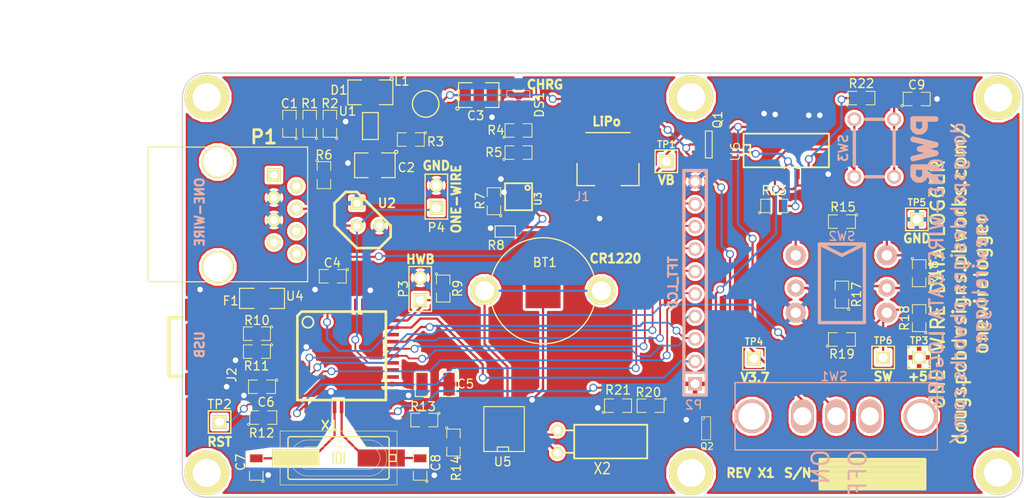
<source format=kicad_pcb>
(kicad_pcb (version 3) (host pcbnew "(2013-04-19 BZR 4011)-stable")
  (title_block (title "One Wire Data Logger") (rev X1))
  (layers (15 F.Cu signal) (0 B.Cu signal) (20 B.SilkS user) (21 F.SilkS user) (22 B.Mask user) (23 F.Mask user) (28 Edge.Cuts user))
  (net 0 "")
  (net 1 +5V)
  (net 2 "/5-Way Switch/SW5WAY")
  (net 3 "/5V Power Supply/3.7V")
  (net 4 "/LiPo Battery Charger/VB-3.7")
  (net 5 /Microprocessor/BKLT)
  (net 6 /Microprocessor/BUSBP)
  (net 7 /Microprocessor/BUSPM)
  (net 8 /Microprocessor/LCDCS)
  (net 9 /Microprocessor/LCDRS)
  (net 10 /Microprocessor/LCDRST)
  (net 11 /Microprocessor/MISO)
  (net 12 /Microprocessor/MOSI)
  (net 13 /Microprocessor/ONE-WIRE)
  (net 14 /Microprocessor/PWR-OFF)
  (net 15 /Microprocessor/RST)
  (net 16 /Microprocessor/SCK)
  (net 17 /Microprocessor/SCLK)
  (net 18 /Microprocessor/SDA)
  (net 19 /Microprocessor/SDCS)
  (net 20 /Microprocessor/USB-DM)
  (net 21 /Microprocessor/USB-DP)
  (net 22 /Microprocessor/USB5V)
  (net 23 /Microprocessor/V5USB)
  (net 24 /Microprocessor/~HWB)
  (net 25 /PowerSwitch/GATE)
  (net 26 GND)
  (net 27 N-0000017)
  (net 28 N-0000018)
  (net 29 N-0000020)
  (net 30 N-0000021)
  (net 31 N-0000022)
  (net 32 N-0000023)
  (net 33 N-0000024)
  (net 34 N-0000025)
  (net 35 N-0000026)
  (net 36 N-0000027)
  (net 37 N-0000028)
  (net 38 N-0000029)
  (net 39 N-0000044)
  (net 40 N-0000045)
  (net 41 N-0000046)
  (net 42 N-0000070)
  (net 43 N-0000071)
  (net 44 N-0000072)
  (net 45 N-0000073)
  (net 46 N-0000077)
  (net 47 N-0000079)
  (net 48 N-0000084)
  (net 49 N-0000085)
  (module TQFP44 (layer F.Cu) (at 66.296 67.5116)
    (fp_text reference U4 (at -5.296 -6.7616) (layer F.SilkS))
    (fp_text value ATMEGA32U4-AU hide)
    (pad 39 smd rect (at 0 -5.715) (size 0.4064 1.524) (layers F.Cu F.Mask))
    (pad 40 smd rect (at -0.8001 -5.715) (size 0.4064 1.524) (layers F.Cu F.Mask))
    (pad 41 smd rect (at -1.6002 -5.715) (size 0.4064 1.524) (layers F.Cu F.Mask) (net 2 "/5-Way Switch/SW5WAY"))
    (pad 42 smd rect (at -2.4003 -5.715) (size 0.4064 1.524) (layers F.Cu F.Mask))
    (pad 43 smd rect (at -3.2004 -5.715) (size 0.4064 1.524) (layers F.Cu F.Mask) (net 26 GND))
    (pad 44 smd rect (at -4.0005 -5.715) (size 0.4064 1.524) (layers F.Cu F.Mask) (net 1 +5V))
    (pad 38 smd rect (at 0.8001 -5.715) (size 0.4064 1.524) (layers F.Cu F.Mask))
    (pad 37 smd rect (at 1.6002 -5.715) (size 0.4064 1.524) (layers F.Cu F.Mask))
    (pad 36 smd rect (at 2.4003 -5.715) (size 0.4064 1.524) (layers F.Cu F.Mask))
    (pad 35 smd rect (at 3.2004 -5.715) (size 0.4064 1.524) (layers F.Cu F.Mask) (net 26 GND))
    (pad 34 smd rect (at 4.0005 -5.715) (size 0.4064 1.524) (layers F.Cu F.Mask) (net 1 +5V))
    (pad 17 smd rect (at 0 5.715) (size 0.4064 1.524) (layers F.Cu F.Mask) (net 36 N-0000027))
    (pad 16 smd rect (at -0.8001 5.715) (size 0.4064 1.524) (layers F.Cu F.Mask) (net 38 N-0000029))
    (pad 15 smd rect (at -1.6002 5.715) (size 0.4064 1.524) (layers F.Cu F.Mask) (net 26 GND))
    (pad 14 smd rect (at -2.4003 5.715) (size 0.4064 1.524) (layers F.Cu F.Mask) (net 1 +5V))
    (pad 13 smd rect (at -3.2004 5.715) (size 0.4064 1.524) (layers F.Cu F.Mask) (net 15 /Microprocessor/RST))
    (pad 12 smd rect (at -4.0005 5.715) (size 0.4064 1.524) (layers F.Cu F.Mask) (net 19 /Microprocessor/SDCS))
    (pad 18 smd rect (at 0.8001 5.715) (size 0.4064 1.524) (layers F.Cu F.Mask) (net 17 /Microprocessor/SCLK))
    (pad 19 smd rect (at 1.6002 5.715) (size 0.4064 1.524) (layers F.Cu F.Mask) (net 18 /Microprocessor/SDA))
    (pad 20 smd rect (at 2.4003 5.715) (size 0.4064 1.524) (layers F.Cu F.Mask))
    (pad 21 smd rect (at 3.2004 5.715) (size 0.4064 1.524) (layers F.Cu F.Mask))
    (pad 22 smd rect (at 4.0005 5.715) (size 0.4064 1.524) (layers F.Cu F.Mask) (net 14 /Microprocessor/PWR-OFF))
    (pad 6 smd rect (at -5.715 0) (size 1.524 0.4064) (layers F.Cu F.Mask) (net 37 N-0000028))
    (pad 28 smd rect (at 5.715 0) (size 1.524 0.4064) (layers F.Cu F.Mask) (net 9 /Microprocessor/LCDRS))
    (pad 7 smd rect (at -5.715 0.8001) (size 1.524 0.4064) (layers F.Cu F.Mask) (net 1 +5V))
    (pad 27 smd rect (at 5.715 0.8001) (size 1.524 0.4064) (layers F.Cu F.Mask) (net 13 /Microprocessor/ONE-WIRE))
    (pad 26 smd rect (at 5.715 1.6002) (size 1.524 0.4064) (layers F.Cu F.Mask))
    (pad 8 smd rect (at -5.715 1.6002) (size 1.524 0.4064) (layers F.Cu F.Mask))
    (pad 9 smd rect (at -5.715 2.4003) (size 1.524 0.4064) (layers F.Cu F.Mask) (net 16 /Microprocessor/SCK))
    (pad 25 smd rect (at 5.715 2.4003) (size 1.524 0.4064) (layers F.Cu F.Mask))
    (pad 24 smd rect (at 5.715 3.2004) (size 1.524 0.4064) (layers F.Cu F.Mask) (net 1 +5V))
    (pad 10 smd rect (at -5.715 3.2004) (size 1.524 0.4064) (layers F.Cu F.Mask) (net 12 /Microprocessor/MOSI))
    (pad 11 smd rect (at -5.715 4.0005) (size 1.524 0.4064) (layers F.Cu F.Mask) (net 11 /Microprocessor/MISO))
    (pad 23 smd rect (at 5.715 4.0005) (size 1.524 0.4064) (layers F.Cu F.Mask) (net 26 GND))
    (pad 29 smd rect (at 5.715 -0.8001) (size 1.524 0.4064) (layers F.Cu F.Mask) (net 8 /Microprocessor/LCDCS))
    (pad 5 smd rect (at -5.715 -0.8001) (size 1.524 0.4064) (layers F.Cu F.Mask) (net 26 GND))
    (pad 4 smd rect (at -5.715 -1.6002) (size 1.524 0.4064) (layers F.Cu F.Mask) (net 6 /Microprocessor/BUSBP))
    (pad 30 smd rect (at 5.715 -1.6002) (size 1.524 0.4064) (layers F.Cu F.Mask) (net 10 /Microprocessor/LCDRST))
    (pad 31 smd rect (at 5.715 -2.4003) (size 1.524 0.4064) (layers F.Cu F.Mask))
    (pad 3 smd rect (at -5.715 -2.4003) (size 1.524 0.4064) (layers F.Cu F.Mask) (net 7 /Microprocessor/BUSPM))
    (pad 2 smd rect (at -5.715 -3.2004) (size 1.524 0.4064) (layers F.Cu F.Mask) (net 1 +5V))
    (pad 32 smd rect (at 5.715 -3.2004) (size 1.524 0.4064) (layers F.Cu F.Mask) (net 5 /Microprocessor/BKLT))
    (pad 33 smd rect (at 5.715 -4.0005) (size 1.524 0.4064) (layers F.Cu F.Mask) (net 24 /Microprocessor/~HWB))
    (pad 1 smd rect (at -5.715 -4.0005) (size 1.524 0.4064) (layers F.Cu F.Mask))
  )
  (module SOT23 (layer F.Cu) (at 86.296 38.0116)
    (fp_text reference DS1 (at 2.35 1.1044 90) (layer F.SilkS))
    (fp_text value LED2C_CA hide)
    (pad 3 smd rect (at 0 -1.09982) (size 0.8001 1.00076) (layers F.Cu F.Mask) (net 23 /Microprocessor/V5USB))
    (pad 2 smd rect (at 0.9525 1.09982) (size 0.8001 1.00076) (layers F.Cu F.Mask) (net 31 N-0000022))
    (pad 1 smd rect (at -0.9525 1.09982) (size 0.8001 1.00076) (layers F.Cu F.Mask) (net 29 N-0000020))
  )
  (module SM1210 (layer F.Cu) (at 76.91 70.7196 180)
    (fp_text reference C5 (at -3.39 0.029 180) (layer F.SilkS))
    (fp_text value 10uF hide)
    (pad 1 smd rect (at -1.524 0 180) (size 1.27 2.54) (layers F.Cu F.Mask) (net 1 +5V))
    (pad 2 smd rect (at 1.524 0 180) (size 1.27 2.54) (layers F.Cu F.Mask) (net 26 GND))
  )
  (module SM1210 (layer F.Cu) (at 81.796 38.0116)
    (fp_text reference C3 (at -0.353 2.326) (layer F.SilkS))
    (fp_text value 4.7uF hide)
    (pad 1 smd rect (at -1.524 0) (size 1.27 2.54) (layers F.Cu F.Mask) (net 3 "/5V Power Supply/3.7V"))
    (pad 2 smd rect (at 1.524 0) (size 1.27 2.54) (layers F.Cu F.Mask) (net 26 GND))
  )
  (module SM1210 (layer F.Cu) (at 70.052 45.9546 180)
    (fp_text reference C2 (at -3.556 -0.254 180) (layer F.SilkS))
    (fp_text value 4.7uF hide)
    (pad 1 smd rect (at -1.524 0 180) (size 1.27 2.54) (layers F.Cu F.Mask) (net 1 +5V))
    (pad 2 smd rect (at 1.524 0 180) (size 1.27 2.54) (layers F.Cu F.Mask) (net 26 GND))
  )
  (module SM1206 (layer F.Cu) (at 57.296 61.0116 180)
    (fp_text reference F1 (at 3.539 -0.281 180) (layer F.SilkS))
    (fp_text value FUSE hide)
    (pad 1 smd rect (at -1.651 0 180) (size 1.524 2.032) (layers F.Cu F.Mask) (net 23 /Microprocessor/V5USB))
    (pad 2 smd rect (at 1.651 0 180) (size 1.524 2.032) (layers F.Cu F.Mask) (net 22 /Microprocessor/USB5V))
  )
  (module SM0805 (layer F.Cu) (at 60.4 41.2556 90)
    (fp_text reference C1 (at 2.286 0 180) (layer F.SilkS))
    (fp_text value 680pF hide)
    (pad 1 smd rect (at -0.9525 0 90) (size 0.889 1.397) (layers F.Cu F.Mask) (net 33 N-0000024))
    (pad 2 smd rect (at 0.9525 0 90) (size 0.889 1.397) (layers F.Cu F.Mask) (net 1 +5V))
  )
  (module SM0805 (layer F.Cu) (at 57.44 74.5006)
    (fp_text reference R12 (at -0.19 1.7494) (layer F.SilkS))
    (fp_text value 10K hide)
    (pad 1 smd rect (at -0.9525 0) (size 0.889 1.397) (layers F.Cu F.Mask) (net 1 +5V))
    (pad 2 smd rect (at 0.9525 0) (size 0.889 1.397) (layers F.Cu F.Mask) (net 15 /Microprocessor/RST))
  )
  (module SM0805 (layer F.Cu) (at 65.296 58.5116 180)
    (fp_text reference C4 (at 0.046 1.5116 180) (layer F.SilkS))
    (fp_text value 0.1uF hide)
    (pad 1 smd rect (at -0.9525 0 180) (size 0.889 1.397) (layers F.Cu F.Mask) (net 1 +5V))
    (pad 2 smd rect (at 0.9525 0 180) (size 0.889 1.397) (layers F.Cu F.Mask) (net 26 GND))
  )
  (module SM0805 (layer F.Cu) (at 56.717 65.0046 180)
    (fp_text reference R10 (at 0 1.5 180) (layer F.SilkS))
    (fp_text value 22 hide)
    (pad 1 smd rect (at -0.9525 0 180) (size 0.889 1.397) (layers F.Cu F.Mask) (net 7 /Microprocessor/BUSPM))
    (pad 2 smd rect (at 0.9525 0 180) (size 0.889 1.397) (layers F.Cu F.Mask) (net 20 /Microprocessor/USB-DM))
  )
  (module SM0805 (layer F.Cu) (at 56.717 67.0366 180)
    (fp_text reference R11 (at 0.039 -1.622 180) (layer F.SilkS))
    (fp_text value 22 hide)
    (pad 1 smd rect (at -0.9525 0 180) (size 0.889 1.397) (layers F.Cu F.Mask) (net 6 /Microprocessor/BUSBP))
    (pad 2 smd rect (at 0.9525 0 180) (size 0.889 1.397) (layers F.Cu F.Mask) (net 21 /Microprocessor/USB-DP))
  )
  (module SM0805 (layer F.Cu) (at 57.296 71.0116 180)
    (fp_text reference C6 (at -0.454 -1.7384 180) (layer F.SilkS))
    (fp_text value 1uF hide)
    (pad 1 smd rect (at -0.9525 0 180) (size 0.889 1.397) (layers F.Cu F.Mask) (net 37 N-0000028))
    (pad 2 smd rect (at 0.9525 0 180) (size 0.889 1.397) (layers F.Cu F.Mask) (net 26 GND))
  )
  (module SM0805 (layer F.Cu) (at 64.972 41.2556 90)
    (fp_text reference R2 (at 2.286 0 180) (layer F.SilkS))
    (fp_text value 1K hide)
    (pad 1 smd rect (at -0.9525 0 90) (size 0.889 1.397) (layers F.Cu F.Mask) (net 33 N-0000024))
    (pad 2 smd rect (at 0.9525 0 90) (size 0.889 1.397) (layers F.Cu F.Mask) (net 26 GND))
  )
  (module SM0805 (layer F.Cu) (at 62.686 41.2556 90)
    (fp_text reference R1 (at 2.286 0 180) (layer F.SilkS))
    (fp_text value 3.09K hide)
    (pad 1 smd rect (at -0.9525 0 90) (size 0.889 1.397) (layers F.Cu F.Mask) (net 33 N-0000024))
    (pad 2 smd rect (at 0.9525 0 90) (size 0.889 1.397) (layers F.Cu F.Mask) (net 1 +5V))
  )
  (module SM0805 (layer F.Cu) (at 74.116 43.0336 180)
    (fp_text reference R3 (at -2.794 -0.254 180) (layer F.SilkS))
    (fp_text value 1M hide)
    (pad 1 smd rect (at -0.9525 0 180) (size 0.889 1.397) (layers F.Cu F.Mask) (net 3 "/5V Power Supply/3.7V"))
    (pad 2 smd rect (at 0.9525 0 180) (size 0.889 1.397) (layers F.Cu F.Mask) (net 35 N-0000026))
  )
  (module MSOP10-0.5 (layer F.Cu) (at 86.296 49.5116 180)
    (fp_text reference U3 (at -2.204 -0.2384 270) (layer F.SilkS) (effects (font (size 0.762 0.762) (thickness 0.1524))))
    (fp_text value MCP73833 hide)
    (pad 1 smd rect (at -1.016 2.2225 180) (size 0.26924 1.00076) (layers F.Cu F.Mask) (net 23 /Microprocessor/V5USB))
    (pad 2 smd rect (at -0.508 2.2225 180) (size 0.26924 1.00076) (layers F.Cu F.Mask) (net 23 /Microprocessor/V5USB))
    (pad 3 smd rect (at 0 2.2225 180) (size 0.26924 1.00076) (layers F.Cu F.Mask) (net 32 N-0000023))
    (pad 4 smd rect (at 0.508 2.2225 180) (size 0.26924 1.00076) (layers F.Cu F.Mask) (net 30 N-0000021))
    (pad 5 smd rect (at 1.016 2.2225 180) (size 0.26924 1.00076) (layers F.Cu F.Mask) (net 26 GND))
    (pad 6 smd rect (at 1.016 -2.2225 180) (size 0.26924 1.00076) (layers F.Cu F.Mask) (net 27 N-0000017))
    (pad 7 smd rect (at 0.508 -2.2225 180) (size 0.26924 1.00076) (layers F.Cu F.Mask))
    (pad 8 smd rect (at 0 -2.2225 180) (size 0.26924 1.00076) (layers F.Cu F.Mask) (net 28 N-0000018))
    (pad 9 smd rect (at -0.508 -2.2225 180) (size 0.26924 1.00076) (layers F.Cu F.Mask) (net 4 "/LiPo Battery Charger/VB-3.7"))
    (pad 10 smd rect (at -1.016 -2.2225 180) (size 0.26924 1.00076) (layers F.Cu F.Mask) (net 4 "/LiPo Battery Charger/VB-3.7"))
  )
  (module USB-B-MINI (layer F.Cu) (at 46.796 66.5116 270)
    (fp_text reference J2 (at 3.163 -7.088 270) (layer F.SilkS))
    (fp_text value USB-B hide)
    (pad G2 smd rect (at 4.20116 -3.70078 270) (size 2.49936 3.79984) (layers F.Cu F.Mask) (net 26 GND))
    (pad G1 smd rect (at -4.20116 -3.70078 270) (size 2.49936 3.79984) (layers F.Cu F.Mask) (net 26 GND))
    (pad 4 smd rect (at 1.6002 -6.10108 270) (size 0.50038 1.39954) (layers F.Cu F.Mask) (net 26 GND))
    (pad NC smd rect (at 0.8001 -6.10108 270) (size 0.50038 1.39954) (layers F.Cu F.Mask))
    (pad 1 smd rect (at -1.6002 -6.10108 270) (size 0.50038 1.39954) (layers F.Cu F.Mask) (net 22 /Microprocessor/USB5V))
    (pad 2 smd rect (at -0.8001 -6.10108 270) (size 0.50038 1.39954) (layers F.Cu F.Mask) (net 20 /Microprocessor/USB-DM))
    (pad 3 smd rect (at 0 -6.10108 270) (size 0.50038 1.39954) (layers F.Cu F.Mask) (net 21 /Microprocessor/USB-DP))
  )
  (module SOD-123 (layer F.Cu) (at 69.544 37.6996 180)
    (fp_text reference D1 (at 3.556 0.254 180) (layer F.SilkS))
    (fp_text value MBR0520LT1G hide)
    (pad 1 smd rect (at -1.63576 0 180) (size 0.90932 1.2192) (layers F.Cu F.Mask) (net 34 N-0000025))
    (pad 2 smd rect (at 1.63576 0 180) (size 0.90932 1.2192) (layers F.Cu F.Mask) (net 1 +5V))
  )
  (module SOT23-5 (layer F.Cu) (at 69.544 41.5096 270)
    (fp_text reference U1 (at -1.68 2.579 360) (layer F.SilkS))
    (fp_text value LMR62014 hide)
    (pad 1 smd rect (at -0.9525 1.27 270) (size 0.508 0.762) (layers F.Cu F.Mask) (net 34 N-0000025))
    (pad 3 smd rect (at 0.9525 1.27 270) (size 0.508 0.762) (layers F.Cu F.Mask) (net 33 N-0000024))
    (pad 5 smd rect (at -0.9525 -1.27 270) (size 0.508 0.762) (layers F.Cu F.Mask) (net 3 "/5V Power Supply/3.7V"))
    (pad 2 smd rect (at 0 1.27 270) (size 0.508 0.762) (layers F.Cu F.Mask) (net 26 GND))
    (pad 4 smd rect (at 0.9525 -1.27 270) (size 0.508 0.762) (layers F.Cu F.Mask) (net 35 N-0000026))
  )
  (module PIN_ARRAY-10X1 (layer B.Cu) (at 106.25 59.25 90)
    (fp_text reference P2 (at -13.815 -0.166 360) (layer B.SilkS) (effects (justify mirror)))
    (fp_text value TFT_LCD hide)
    (pad 10 thru_hole circle (at 11.43 0 90) (size 1.524 1.524) (drill 1.016) (layers *.Cu *.Mask B.SilkS) (net 26 GND))
    (pad 9 thru_hole circle (at 8.89 0 90) (size 1.524 1.524) (drill 1.016) (layers *.Cu *.Mask B.SilkS) (net 19 /Microprocessor/SDCS))
    (pad 6 thru_hole circle (at 1.27 0 90) (size 1.524 1.524) (drill 1.016) (layers *.Cu *.Mask B.SilkS) (net 12 /Microprocessor/MOSI))
    (pad 5 thru_hole circle (at -1.27 0 90) (size 1.524 1.524) (drill 1.016) (layers *.Cu *.Mask B.SilkS) (net 11 /Microprocessor/MISO))
    (pad 1 thru_hole rect (at -11.43 0 90) (size 1.524 1.524) (drill 1.016) (layers *.Cu *.Mask B.SilkS) (net 1 +5V))
    (pad 2 thru_hole circle (at -8.89 0 90) (size 1.524 1.524) (drill 1.016) (layers *.Cu *.Mask B.SilkS) (net 5 /Microprocessor/BKLT))
    (pad 3 thru_hole circle (at -6.35 0 90) (size 1.524 1.524) (drill 1.016) (layers *.Cu *.Mask B.SilkS) (net 10 /Microprocessor/LCDRST))
    (pad 4 thru_hole circle (at -3.81 0 90) (size 1.524 1.524) (drill 1.016) (layers *.Cu *.Mask B.SilkS) (net 9 /Microprocessor/LCDRS))
    (pad 7 thru_hole circle (at 3.81 0 90) (size 1.524 1.524) (drill 1.016) (layers *.Cu *.Mask B.SilkS) (net 16 /Microprocessor/SCK))
    (pad 8 thru_hole circle (at 6.35 0 90) (size 1.524 1.524) (drill 1.016) (layers *.Cu *.Mask B.SilkS) (net 8 /Microprocessor/LCDCS))
  )
  (module SM0805 (layer F.Cu) (at 86.296 44.5116)
    (fp_text reference R5 (at -2.796 -0.0116) (layer F.SilkS))
    (fp_text value 470 hide)
    (pad 1 smd rect (at -0.9525 0) (size 0.889 1.397) (layers F.Cu F.Mask) (net 29 N-0000020))
    (pad 2 smd rect (at 0.9525 0) (size 0.889 1.397) (layers F.Cu F.Mask) (net 32 N-0000023))
  )
  (module SM0805 (layer F.Cu) (at 86.296 42.0116)
    (fp_text reference R4 (at -2.567 -0.023) (layer F.SilkS))
    (fp_text value 470 hide)
    (pad 1 smd rect (at -0.9525 0) (size 0.889 1.397) (layers F.Cu F.Mask) (net 30 N-0000021))
    (pad 2 smd rect (at 0.9525 0) (size 0.889 1.397) (layers F.Cu F.Mask) (net 31 N-0000022))
  )
  (module PIN_ARRAY_2X1 (layer F.Cu) (at 75.1828 59.95 90)
    (fp_text reference P3 (at 0 -1.905 90) (layer F.SilkS))
    (fp_text value CONN_2 hide)
    (pad 1 thru_hole rect (at -1.27 0 90) (size 1.524 1.524) (drill 1.016) (layers *.Cu *.Mask F.SilkS) (net 24 /Microprocessor/~HWB))
    (pad 2 thru_hole circle (at 1.27 0 90) (size 1.524 1.524) (drill 1.016) (layers *.Cu *.Mask F.SilkS) (net 26 GND))
  )
  (module SM0805 (layer F.Cu) (at 77.7736 59.8992 270)
    (fp_text reference R9 (at -0.0036 -1.6374 270) (layer F.SilkS))
    (fp_text value 10K hide)
    (pad 1 smd rect (at -0.9525 0 270) (size 0.889 1.397) (layers F.Cu F.Mask) (net 1 +5V))
    (pad 2 smd rect (at 0.9525 0 270) (size 0.889 1.397) (layers F.Cu F.Mask) (net 24 /Microprocessor/~HWB))
  )
  (module SO8N (layer F.Cu) (at 84.657 75.7996 90)
    (fp_text reference U5 (at -3.7004 -0.157 180) (layer F.SilkS))
    (fp_text value DS1307 hide)
    (pad 8 smd rect (at -1.905 -3.175 90) (size 0.508 1.143) (layers F.Cu F.Mask) (net 1 +5V))
    (pad 7 smd rect (at -0.635 -3.175 90) (size 0.508 1.143) (layers F.Cu F.Mask))
    (pad 6 smd rect (at 0.635 -3.175 90) (size 0.508 1.143) (layers F.Cu F.Mask) (net 17 /Microprocessor/SCLK))
    (pad 5 smd rect (at 1.905 -3.175 90) (size 0.508 1.143) (layers F.Cu F.Mask) (net 18 /Microprocessor/SDA))
    (pad 4 smd rect (at 1.905 3.175 90) (size 0.508 1.143) (layers F.Cu F.Mask) (net 26 GND))
    (pad 3 smd rect (at 0.635 3.175 90) (size 0.508 1.143) (layers F.Cu F.Mask) (net 39 N-0000044))
    (pad 2 smd rect (at -0.635 3.175 90) (size 0.508 1.143) (layers F.Cu F.Mask) (net 41 N-0000046))
    (pad 1 smd rect (at -1.905 3.175 90) (size 0.508 1.143) (layers F.Cu F.Mask) (net 40 N-0000045))
  )
  (module TO92 (layer F.Cu) (at 69.296 51.5116 90)
    (fp_text reference U2 (at 1.268 2.114 180) (layer F.SilkS) (effects (font (size 1.016 1.016) (thickness 0.2032))))
    (fp_text value DS18S20+ hide)
    (pad 1 thru_hole rect (at 1.27 -1.27 90) (size 1.397 1.397) (drill 0.812799) (layers *.Cu *.Mask F.SilkS) (net 26 GND))
    (pad 2 thru_hole circle (at -1.27 -1.27 90) (size 1.397 1.397) (drill 0.812799) (layers *.Cu *.Mask F.SilkS) (net 13 /Microprocessor/ONE-WIRE))
    (pad 3 thru_hole circle (at -1.27 1.27 90) (size 1.397 1.397) (drill 0.812799) (layers *.Cu *.Mask F.SilkS) (net 26 GND))
  )
  (module SM0805 (layer F.Cu) (at 78.942 77.3236 270)
    (fp_text reference R14 (at 2.9264 -0.308 270) (layer F.SilkS))
    (fp_text value 10K hide)
    (pad 1 smd rect (at -0.9525 0 270) (size 0.889 1.397) (layers F.Cu F.Mask) (net 17 /Microprocessor/SCLK))
    (pad 2 smd rect (at 0.9525 0 270) (size 0.889 1.397) (layers F.Cu F.Mask) (net 1 +5V))
  )
  (module SM0805 (layer F.Cu) (at 75.64 74.7836 180)
    (fp_text reference R13 (at 0.14 1.5336 180) (layer F.SilkS))
    (fp_text value 10K hide)
    (pad 1 smd rect (at -0.9525 0 180) (size 0.889 1.397) (layers F.Cu F.Mask) (net 18 /Microprocessor/SDA))
    (pad 2 smd rect (at 0.9525 0 180) (size 0.889 1.397) (layers F.Cu F.Mask) (net 1 +5V))
  )
  (module SM0805 (layer F.Cu) (at 83.514 50.0186 90)
    (fp_text reference R7 (at 0.029 -1.563 90) (layer F.SilkS))
    (fp_text value 2.2K hide)
    (pad 1 smd rect (at -0.9525 0 90) (size 0.889 1.397) (layers F.Cu F.Mask) (net 27 N-0000017))
    (pad 2 smd rect (at 0.9525 0 90) (size 0.889 1.397) (layers F.Cu F.Mask) (net 26 GND))
  )
  (module SM0603 (layer F.Cu) (at 84.784 53.4476 180)
    (fp_text reference R8 (at 1.034 -1.5524 180) (layer F.SilkS))
    (fp_text value NTC-10K hide)
    (pad 1 smd rect (at -0.762 0 180) (size 0.635 1.143) (layers F.Cu F.Mask) (net 28 N-0000018))
    (pad 2 smd rect (at 0.762 0 180) (size 0.635 1.143) (layers F.Cu F.Mask) (net 26 GND))
  )
  (module SM0805 (layer F.Cu) (at 64.298 47.0686 270)
    (fp_text reference R6 (at -2.286 0 360) (layer F.SilkS))
    (fp_text value 4.7K hide)
    (pad 1 smd rect (at -0.9525 0 270) (size 0.889 1.397) (layers F.Cu F.Mask) (net 1 +5V))
    (pad 2 smd rect (at 0.9525 0 270) (size 0.889 1.397) (layers F.Cu F.Mask) (net 13 /Microprocessor/ONE-WIRE))
  )
  (module MTG-4-40-SMALL (layer F.Cu) (at 52.296 39.5116)
    (fp_text reference MTG1 hide)
    (fp_text value CONN_1 hide)
    (pad 1 thru_hole circle (at -1.25 -1.25) (size 5 5) (drill 3.174999) (layers *.Cu *.Mask F.SilkS))
  )
  (module MTG-4-40-SMALL (layer F.Cu) (at 104.296 39.5116)
    (fp_text reference MTG4 hide)
    (fp_text value CONN_1 hide)
    (pad 1 thru_hole circle (at 1.5 -1.25) (size 5 5) (drill 3.174999) (layers *.Cu *.Mask F.SilkS))
  )
  (module MTG-4-40-SMALL (layer F.Cu) (at 52.296 76.7616)
    (fp_text reference MTG3 hide)
    (fp_text value CONN_1 hide)
    (pad 1 thru_hole circle (at -1.25 4) (size 5 5) (drill 3.174999) (layers *.Cu *.Mask F.SilkS))
  )
  (module MTG-4-40-SMALL (layer F.Cu) (at 104.296 76.7616)
    (fp_text reference MTG2 hide)
    (fp_text value CONN_1 hide)
    (pad 1 thru_hole circle (at 1.5 4) (size 5 5) (drill 3.174999) (layers *.Cu *.Mask F.SilkS))
  )
  (module SM0805 (layer F.Cu) (at 131.572 58.166 270)
    (fp_text reference R16 (at 0 -1.651 270) (layer F.SilkS))
    (fp_text value 1K hide)
    (pad 1 smd rect (at -0.9525 0 270) (size 0.889 1.397) (layers F.Cu F.Mask) (net 45 N-0000073))
    (pad 2 smd rect (at 0.9525 0 270) (size 0.889 1.397) (layers F.Cu F.Mask) (net 44 N-0000072))
  )
  (module SM0805 (layer F.Cu) (at 122.845 52.3264 180)
    (fp_text reference R15 (at -0.127 1.651 180) (layer F.SilkS))
    (fp_text value 3.3K hide)
    (pad 1 smd rect (at -0.9525 0 180) (size 0.889 1.397) (layers F.Cu F.Mask) (net 45 N-0000073))
    (pad 2 smd rect (at 0.9525 0 180) (size 0.889 1.397) (layers F.Cu F.Mask) (net 43 N-0000071))
  )
  (module SM0805 (layer F.Cu) (at 122.845 60.5814 90)
    (fp_text reference R17 (at 0 1.651 90) (layer F.SilkS))
    (fp_text value 560 hide)
    (pad 1 smd rect (at -0.9525 0 90) (size 0.889 1.397) (layers F.Cu F.Mask) (net 42 N-0000070))
    (pad 2 smd rect (at 0.9525 0 90) (size 0.889 1.397) (layers F.Cu F.Mask) (net 44 N-0000072))
  )
  (module SM0805 (layer F.Cu) (at 122.845 65.6614)
    (fp_text reference R19 (at 0 1.651) (layer F.SilkS))
    (fp_text value 330 hide)
    (pad 1 smd rect (at -0.9525 0) (size 0.889 1.397) (layers F.Cu F.Mask) (net 42 N-0000070))
    (pad 2 smd rect (at 0.9525 0) (size 0.889 1.397) (layers F.Cu F.Mask) (net 2 "/5-Way Switch/SW5WAY"))
  )
  (module SM0805 (layer F.Cu) (at 131.572 63.246 90)
    (fp_text reference R18 (at 0 -1.651 90) (layer F.SilkS))
    (fp_text value 1.8K hide)
    (pad 1 smd rect (at -0.9525 0 90) (size 0.889 1.397) (layers F.Cu F.Mask) (net 1 +5V))
    (pad 2 smd rect (at 0.9525 0 90) (size 0.889 1.397) (layers F.Cu F.Mask) (net 2 "/5-Way Switch/SW5WAY"))
  )
  (module SW5WAY (layer B.Cu) (at 127.925 56.1364 270)
    (fp_text reference SW2 (at -2.159 5.08 360) (layer B.SilkS) (effects (justify mirror)))
    (fp_text value SW5WAY hide)
    (pad 1 thru_hole circle (at 0 0 270) (size 2.2606 2.2606) (drill 1.17094) (layers *.Cu *.Mask B.SilkS) (net 45 N-0000073))
    (pad 2 thru_hole circle (at 3.70078 0 270) (size 1.91008 1.91008) (drill 1.021079) (layers *.Cu *.Mask B.SilkS) (net 44 N-0000072))
    (pad 3 thru_hole circle (at 6.49986 0 270) (size 2.2606 2.2606) (drill 1.17094) (layers *.Cu *.Mask B.SilkS) (net 2 "/5-Way Switch/SW5WAY"))
    (pad 4 thru_hole circle (at 6.49986 10.2997 270) (size 2.2606 2.2606) (drill 1.17094) (layers *.Cu *.Mask B.SilkS) (net 26 GND))
    (pad 5 thru_hole circle (at 3.70078 10.2997 270) (size 1.91008 1.91008) (drill 1.021079) (layers *.Cu *.Mask B.SilkS) (net 42 N-0000070))
    (pad 6 thru_hole circle (at 0 10.2997 270) (size 2.2606 2.2606) (drill 1.17094) (layers *.Cu *.Mask B.SilkS) (net 43 N-0000071))
  )
  (module MTG-4-40-SMALL (layer F.Cu) (at 140.498 38.3056)
    (fp_text reference MTG6 hide)
    (fp_text value CONN_1 hide)
    (pad 1 thru_hole circle (at 0 0) (size 5 5) (drill 3.174999) (layers *.Cu *.Mask F.SilkS))
  )
  (module MTG-4-40-SMALL (layer F.Cu) (at 140.498 80.7236)
    (fp_text reference MTG5 hide)
    (fp_text value CONN_1 hide)
    (pad 1 thru_hole circle (at 0 0) (size 5 5) (drill 3.174999) (layers *.Cu *.Mask F.SilkS))
  )
  (module FIDUCIAL (layer F.Cu) (at 135.164 79.9616)
    (fp_text reference FID1 hide)
    (fp_text value CONN_1 hide)
    (pad 1 smd circle (at 0 0) (size 1 1) (layers F.Cu F.Mask) (clearance 1))
  )
  (module FIDUCIAL (layer F.Cu) (at 56.424 39.4486)
    (fp_text reference FID2 hide)
    (fp_text value CONN_1 hide)
    (pad 1 smd circle (at 0 0) (size 1 1) (layers F.Cu F.Mask) (clearance 1))
  )
  (module SM0805 (layer F.Cu) (at 75.1692 80.0632 90)
    (fp_text reference C8 (at 0.4572 1.778 90) (layer F.SilkS))
    (fp_text value 18pF hide)
    (pad 1 smd rect (at -0.9525 0 90) (size 0.889 1.397) (layers F.Cu F.Mask) (net 26 GND))
    (pad 2 smd rect (at 0.9525 0 90) (size 0.889 1.397) (layers F.Cu F.Mask) (net 36 N-0000027))
  )
  (module SM0805 (layer F.Cu) (at 56.6526 80.0632 90)
    (fp_text reference C7 (at 0.508 -1.778 90) (layer F.SilkS))
    (fp_text value 18pF hide)
    (pad 1 smd rect (at -0.9525 0 90) (size 0.889 1.397) (layers F.Cu F.Mask) (net 26 GND))
    (pad 2 smd rect (at 0.9525 0 90) (size 0.889 1.397) (layers F.Cu F.Mask) (net 38 N-0000029))
  )
  (module crystal-HC49UP (layer F.Cu) (at 65.949 79.0726)
    (fp_text reference X1 (at -1.016 -3.683) (layer F.SilkS) (effects (font (size 1.016 1.016) (thickness 0.2032))))
    (fp_text value CRYSTAL hide)
    (pad 1 smd rect (at -4.826 0) (size 5.334 1.9304) (layers F.Cu F.SilkS F.Mask) (net 38 N-0000029))
    (pad 2 smd rect (at 4.826 0) (size 5.334 1.9304) (layers F.Cu F.Mask) (net 36 N-0000027))
  )
  (module SW-SPDT-SLIDE (layer B.Cu) (at 122.2 74.35)
    (fp_text reference SW1 (at -0.25 -4.5) (layer B.SilkS) (effects (justify mirror)))
    (fp_text value SW-SPDT hide)
    (pad 1 thru_hole oval (at -3.81 0) (size 2.54 3.81) (drill 2.032) (layers *.Cu *.Mask B.SilkS) (net 3 "/5V Power Supply/3.7V"))
    (pad 2 thru_hole oval (at 0 0) (size 2.54 3.81) (drill 2.032) (layers *.Cu *.Mask B.SilkS) (net 4 "/LiPo Battery Charger/VB-3.7"))
    (pad 3 thru_hole oval (at 3.81 0) (size 2.54 3.81) (drill 2.032) (layers *.Cu *.Mask B.SilkS))
    (pad "" thru_hole circle (at -9.525 0) (size 3.81 3.81) (drill 3.048) (layers *.Cu *.Mask B.SilkS))
    (pad "" thru_hole circle (at 9.525 0) (size 3.81 3.81) (drill 3.048) (layers *.Cu *.Mask B.SilkS))
  )
  (module BATTERY_12MM (layer F.Cu) (at 89.063 60.1496 180)
    (fp_text reference BT1 (at -0.2 3.2 180) (layer F.SilkS))
    (fp_text value BATTERY hide)
    (pad 2 smd rect (at 0 0 180) (size 3.9624 3.9624) (layers F.Cu F.Mask) (net 26 GND))
    (pad 1 thru_hole circle (at -6.604 0 180) (size 3.175 3.175) (drill 2.159) (layers *.Cu *.Mask F.SilkS) (net 39 N-0000044))
    (pad 1 thru_hole circle (at 6.604 0 180) (size 3.175 3.175) (drill 2.159) (layers *.Cu *.Mask F.SilkS) (net 39 N-0000044))
  )
  (module RJ45_8-TH (layer F.Cu) (at 52.296 51.5116 270)
    (fp_text reference P1 (at -8.7616 -5.204 360) (layer F.SilkS) (effects (font (size 1.524 1.524) (thickness 0.3048))))
    (fp_text value CNT-RJ45-8 hide)
    (pad Hole thru_hole circle (at 5.93852 0 270) (size 3.64998 3.64998) (drill 3.2512) (layers *.Cu *.Mask F.SilkS))
    (pad Hole thru_hole circle (at -5.9309 0 270) (size 3.64998 3.64998) (drill 3.2512) (layers *.Cu *.Mask F.SilkS))
    (pad 1 thru_hole rect (at -4.445 -6.35 270) (size 1.50114 1.50114) (drill 0.89916) (layers *.Cu *.Mask F.SilkS))
    (pad 2 thru_hole circle (at -3.175 -8.89 270) (size 1.50114 1.50114) (drill 0.89916) (layers *.Cu *.Mask F.SilkS))
    (pad 3 thru_hole circle (at -1.905 -6.35 270) (size 1.50114 1.50114) (drill 0.89916) (layers *.Cu *.Mask F.SilkS) (net 26 GND))
    (pad 4 thru_hole circle (at -0.635 -8.89 270) (size 1.50114 1.50114) (drill 0.89916) (layers *.Cu *.Mask F.SilkS) (net 13 /Microprocessor/ONE-WIRE))
    (pad 5 thru_hole circle (at 0.635 -6.35 270) (size 1.50114 1.50114) (drill 0.89916) (layers *.Cu *.Mask F.SilkS) (net 26 GND))
    (pad 6 thru_hole circle (at 1.905 -8.89 270) (size 1.50114 1.50114) (drill 0.89916) (layers *.Cu *.Mask F.SilkS))
    (pad 7 thru_hole circle (at 3.175 -6.35 270) (size 1.50114 1.50114) (drill 0.89916) (layers *.Cu *.Mask F.SilkS))
    (pad 8 thru_hole circle (at 4.445 -8.89 270) (size 1.50114 1.50114) (drill 0.89916) (layers *.Cu *.Mask F.SilkS))
  )
  (module JST-2-SMT (layer F.Cu) (at 96.4045 46.2556)
    (fp_text reference J1 (at -2.9045 3.2444) (layer B.SilkS))
    (fp_text value JST_2 hide)
    (fp_text user "" (at -2.20218 5.3848) (layer B.SilkS) (effects (font (size 1.4224 1.4224) (thickness 0.0889))))
    (fp_text user "" (at 2.98196 5.3848) (layer B.SilkS) (effects (font (size 1.4224 1.4224) (thickness 0.0889))))
    (pad 1 smd rect (at -1 3) (size 1 3) (layers F.Cu F.Mask) (net 26 GND))
    (pad 2 smd rect (at 1 3) (size 1 3) (layers F.Cu F.Mask) (net 4 "/LiPo Battery Charger/VB-3.7"))
    (pad NC1 smd rect (at -3.35 -2.5) (size 1.5 3.4) (layers F.Cu F.Mask))
    (pad NC2 smd rect (at 3.35 -2.5) (size 1.5 3.4) (layers F.Cu F.Mask))
  )
  (module SW-PB-6MM (layer B.Cu) (at 126.5 44 90)
    (fp_text reference SW3 (at 0 -3.5 90) (layer B.SilkS) (effects (font (size 1.016 1.016) (thickness 0.2032)) (justify mirror)))
    (fp_text value SW_PUSH_OMRON hide)
    (pad 2 thru_hole circle (at 3.2512 2.25044 90) (size 1.5494 1.5494) (drill 1.00076) (layers *.Cu *.Mask B.SilkS) (net 47 N-0000079))
    (pad 4 thru_hole circle (at 3.2512 -2.25044 90) (size 1.5494 1.5494) (drill 1.00076) (layers *.Cu *.Mask B.SilkS) (net 48 N-0000084))
    (pad 1 thru_hole circle (at -3.2512 2.25044 90) (size 1.5494 1.5494) (drill 1.00076) (layers *.Cu *.Mask B.SilkS) (net 47 N-0000079))
    (pad 3 thru_hole circle (at -3.2512 -2.25044 90) (size 1.5494 1.5494) (drill 1.00076) (layers *.Cu *.Mask B.SilkS) (net 48 N-0000084))
  )
  (module SOT23 (layer F.Cu) (at 107.5 75.75 270)
    (fp_text reference Q2 (at 1.99898 -0.09906 360) (layer F.SilkS) (effects (font (size 0.762 0.762) (thickness 0.11938))))
    (fp_text value 2N3904 hide)
    (pad 3 smd rect (at 0 -1.09982 270) (size 0.8001 1.00076) (layers F.Cu F.Mask) (net 49 N-0000085))
    (pad 2 smd rect (at 0.9525 1.09982 270) (size 0.8001 1.00076) (layers F.Cu F.Mask) (net 46 N-0000077))
    (pad 1 smd rect (at -0.9525 1.09982 270) (size 0.8001 1.00076) (layers F.Cu F.Mask) (net 26 GND))
  )
  (module SO14E (layer F.Cu) (at 116.55 44.15)
    (fp_text reference U6 (at -5.75 0.25 90) (layer F.SilkS) (effects (font (size 1.016 1.143) (thickness 0.127))))
    (fp_text value MC14093 hide)
    (pad 1 smd rect (at -3.81 2.794) (size 0.508 1.143) (layers F.Cu F.Mask) (net 48 N-0000084))
    (pad 2 smd rect (at -2.54 2.794) (size 0.508 1.143) (layers F.Cu F.Mask) (net 48 N-0000084))
    (pad 3 smd rect (at -1.27 2.794) (size 0.508 1.143) (layers F.Cu F.Mask) (net 49 N-0000085))
    (pad 4 smd rect (at 0 2.794) (size 0.508 1.143) (layers F.Cu F.Mask) (net 25 /PowerSwitch/GATE))
    (pad 5 smd rect (at 1.27 2.794) (size 0.508 1.143) (layers F.Cu F.Mask) (net 49 N-0000085))
    (pad 6 smd rect (at 2.54 2.794) (size 0.508 1.143) (layers F.Cu F.Mask) (net 49 N-0000085))
    (pad 7 smd rect (at 3.81 2.794) (size 0.508 1.143) (layers F.Cu F.Mask) (net 26 GND))
    (pad 8 smd rect (at 3.81 -2.54) (size 0.508 1.143) (layers F.Cu F.Mask) (net 26 GND))
    (pad 9 smd rect (at 2.54 -2.54) (size 0.508 1.143) (layers F.Cu F.Mask) (net 26 GND))
    (pad 10 smd rect (at 1.27 -2.54) (size 0.508 1.143) (layers F.Cu F.Mask))
    (pad 11 smd rect (at 0 -2.54) (size 0.508 1.143) (layers F.Cu F.Mask))
    (pad 12 smd rect (at -1.27 -2.54) (size 0.508 1.143) (layers F.Cu F.Mask) (net 26 GND))
    (pad 13 smd rect (at -2.54 -2.54) (size 0.508 1.143) (layers F.Cu F.Mask) (net 26 GND))
    (pad 14 smd rect (at -3.81 -2.54) (size 0.508 1.143) (layers F.Cu F.Mask) (net 4 "/LiPo Battery Charger/VB-3.7"))
  )
  (module SM0805 (layer F.Cu) (at 125.05 38.35)
    (fp_text reference R22 (at 0 -1.65) (layer F.SilkS))
    (fp_text value 100K hide)
    (pad 1 smd rect (at -0.9525 0) (size 0.889 1.397) (layers F.Cu F.Mask) (net 49 N-0000085))
    (pad 2 smd rect (at 0.9525 0) (size 0.889 1.397) (layers F.Cu F.Mask) (net 47 N-0000079))
  )
  (module SM0805 (layer F.Cu) (at 131.3 38.45)
    (fp_text reference C9 (at 0 -1.6) (layer F.SilkS))
    (fp_text value 0.1uF hide)
    (pad 1 smd rect (at -0.9525 0) (size 0.889 1.397) (layers F.Cu F.Mask) (net 47 N-0000079))
    (pad 2 smd rect (at 0.9525 0) (size 0.889 1.397) (layers F.Cu F.Mask) (net 26 GND))
  )
  (module SM0805 (layer F.Cu) (at 115.2 50.55)
    (fp_text reference R23 (at 0 -1.75) (layer F.SilkS))
    (fp_text value 100K hide)
    (pad 1 smd rect (at -0.9525 0) (size 0.889 1.397) (layers F.Cu F.Mask) (net 48 N-0000084))
    (pad 2 smd rect (at 0.9525 0) (size 0.889 1.397) (layers F.Cu F.Mask) (net 25 /PowerSwitch/GATE))
  )
  (module SM0805 (layer F.Cu) (at 101.219 73.152 180)
    (fp_text reference R20 (at 0.25 1.5 180) (layer F.SilkS))
    (fp_text value 1K hide)
    (pad 1 smd rect (at -0.9525 0 180) (size 0.889 1.397) (layers F.Cu F.Mask) (net 46 N-0000077))
    (pad 2 smd rect (at 0.9525 0 180) (size 0.889 1.397) (layers F.Cu F.Mask) (net 14 /Microprocessor/PWR-OFF))
  )
  (module SOT23GDS (layer F.Cu) (at 107.8 43.6 270)
    (fp_text reference Q1 (at -2.8 -1 270) (layer F.SilkS))
    (fp_text value DMG3415U-7 hide)
    (pad S smd rect (at -0.889 -1.016 270) (size 0.9144 0.9144) (layers F.Cu F.Mask) (net 4 "/LiPo Battery Charger/VB-3.7"))
    (pad G smd rect (at 0.889 -1.016 270) (size 0.9144 0.9144) (layers F.Cu F.Mask) (net 25 /PowerSwitch/GATE))
    (pad D smd rect (at 0 1.016 270) (size 0.9144 0.9144) (layers F.Cu F.Mask) (net 3 "/5V Power Supply/3.7V"))
  )
  (module PIN_ARRAY_2X1 (layer F.Cu) (at 77 49.5 90)
    (fp_text reference P4 (at -3.5 0 180) (layer F.SilkS) (effects (font (size 1.016 1.016) (thickness 0.1524))))
    (fp_text value CONN_2 hide)
    (pad 1 thru_hole rect (at -1.27 0 90) (size 1.524 1.524) (drill 1.016) (layers *.Cu *.Mask F.SilkS) (net 13 /Microprocessor/ONE-WIRE))
    (pad 2 thru_hole circle (at 1.27 0 90) (size 1.524 1.524) (drill 1.016) (layers *.Cu *.Mask F.SilkS) (net 26 GND))
  )
  (module PIN_ARRAY_1 (layer F.Cu) (at 103 45.5)
    (fp_text reference TP1 (at 0 -1.905) (layer F.SilkS) (effects (font (size 0.762 0.762) (thickness 0.1524))))
    (fp_text value TST hide)
    (pad 1 thru_hole rect (at 0 0) (size 1.524 1.524) (drill 1.016) (layers *.Cu *.Mask F.SilkS) (net 4 "/LiPo Battery Charger/VB-3.7"))
  )
  (module PIN_ARRAY_1 (layer F.Cu) (at 52.5 75)
    (fp_text reference TP2 (at 0 -2) (layer F.SilkS) (effects (font (size 1.016 1.016) (thickness 0.1524))))
    (fp_text value TST hide)
    (pad 1 thru_hole rect (at 0 0) (size 1.524 1.524) (drill 1.016) (layers *.Cu *.Mask F.SilkS) (net 15 /Microprocessor/RST))
  )
  (module SM0805 (layer F.Cu) (at 97.536 73.152)
    (fp_text reference R21 (at 0 -1.778) (layer F.SilkS) (effects (font (size 1.016 1.016) (thickness 0.1524))))
    (fp_text value 10K hide)
    (pad 1 smd rect (at -0.9525 0) (size 0.889 1.397) (layers F.Cu F.Mask) (net 26 GND))
    (pad 2 smd rect (at 0.9525 0) (size 0.889 1.397) (layers F.Cu F.Mask) (net 14 /Microprocessor/PWR-OFF))
  )
  (module QMONTRE (layer F.Cu) (at 90.678 77.216 90)
    (fp_text reference X2 (at -3.048 5.08 180) (layer F.SilkS) (effects (font (size 1.27 1.016) (thickness 0.1524))))
    (fp_text value 32.768KHz hide)
    (pad 1 thru_hole circle (at -1.27 0 90) (size 1.27 1.27) (drill 0.8128) (layers *.Cu *.Mask F.SilkS) (net 40 N-0000045))
    (pad 2 thru_hole circle (at 1.27 0 90) (size 1.27 1.27) (drill 0.8128) (layers *.Cu *.Mask F.SilkS) (net 41 N-0000046))
  )
  (module PIN_ARRAY_1 (layer F.Cu) (at 112.903 67.818)
    (fp_text reference TP4 (at 0 -1.905) (layer F.SilkS) (effects (font (size 0.762 0.762) (thickness 0.1524))))
    (fp_text value TST hide)
    (pad 1 thru_hole rect (at 0 0) (size 1.524 1.524) (drill 1.016) (layers *.Cu *.Mask F.SilkS) (net 3 "/5V Power Supply/3.7V"))
  )
  (module REV_BLOCK (layer F.Cu) (at 125.857 81.026)
    (fp_text reference REV_BLOCK1 hide)
    (fp_text value REV_BLOCK hide)
  )
  (module PIN_ARRAY_1 (layer F.Cu) (at 131.572 67.691)
    (fp_text reference TP3 (at 0 -1.905) (layer F.SilkS) (effects (font (size 0.762 0.762) (thickness 0.1524))))
    (fp_text value TST hide)
    (pad 1 thru_hole rect (at 0 0) (size 1.524 1.524) (drill 1.016) (layers *.Cu *.Mask F.SilkS) (net 1 +5V))
  )
  (module PIN_ARRAY_1 (layer F.Cu) (at 127.508 67.691)
    (fp_text reference TP6 (at 0 -1.905) (layer F.SilkS) (effects (font (size 0.762 0.762) (thickness 0.1524))))
    (fp_text value TST hide)
    (pad 1 thru_hole rect (at 0 0) (size 1.524 1.524) (drill 1.016) (layers *.Cu *.Mask F.SilkS) (net 2 "/5-Way Switch/SW5WAY"))
  )
  (module PIN_ARRAY_1 (layer F.Cu) (at 131.318 52.07)
    (fp_text reference TP5 (at 0 -1.905) (layer F.SilkS) (effects (font (size 0.762 0.762) (thickness 0.1524))))
    (fp_text value TST hide)
    (pad 1 thru_hole rect (at 0 0) (size 1.524 1.524) (drill 1.016) (layers *.Cu *.Mask F.SilkS) (net 26 GND))
  )
  (module IND-3MM (layer F.Cu) (at 75.796 39.0116 180)
    (fp_text reference L1 (at 2.6948 2.588 180) (layer F.SilkS))
    (fp_text value 10uH hide)
    (pad 1 smd rect (at -1.2 0 180) (size 1.2 2.7) (layers F.Cu F.Mask) (net 3 "/5V Power Supply/3.7V"))
    (pad 2 smd rect (at 1.2 0 180) (size 1.2 2.7) (layers F.Cu F.Mask) (net 34 N-0000025))
  )
  (gr_text VB (at 102.997 47.625) (layer F.SilkS) (effects (font (size 1 1) (thickness 0.25))))
  (gr_text GND (at 131.318 54.229) (layer F.SilkS) (effects (font (size 1 1) (thickness 0.25))))
  (gr_text +5 (at 131.445 69.85) (layer F.SilkS) (effects (font (size 1 1) (thickness 0.25))))
  (gr_text SW (at 127.508 69.85) (layer F.SilkS) (effects (font (size 1 1) (thickness 0.25))))
  (gr_text V3.7 (at 113.03 69.977) (layer F.SilkS) (effects (font (size 1 1) (thickness 0.25))))
  (gr_text "REV X1" (at 112.522 80.772) (layer F.SilkS) (effects (font (size 1 1) (thickness 0.25))))
  (gr_text S/N (at 117.856 80.772) (layer F.SilkS) (effects (font (size 1 1) (thickness 0.25))))
  (gr_text CHRG (at 89.281 36.83) (layer F.SilkS) (effects (font (size 1 1) (thickness 0.25))))
  (gr_text RST (at 52.5 77.25) (layer F.SilkS) (effects (font (size 1 1) (thickness 0.25))))
  (gr_text LiPo (at 96.25 41) (layer F.SilkS) (effects (font (size 1 1) (thickness 0.25))))
  (gr_text USB (at 50.25 66.25 90) (layer B.SilkS) (effects (font (size 1 1) (thickness 0.25)) (justify mirror)))
  (gr_text ONE-WIRE (at 50.25 51.25 90) (layer B.SilkS) (effects (font (size 1 1) (thickness 0.25)) (justify mirror)))
  (gr_text CR1220 (at 97.25 56.5) (layer F.SilkS) (effects (font (size 1 1) (thickness 0.25))))
  (gr_text TFT_LCD (at 103.75 59.25 90) (layer B.SilkS) (effects (font (size 1 1) (thickness 0.25)) (justify mirror)))
  (gr_text ONE-WIRE (at 79.25 49.75 90) (layer F.SilkS) (effects (font (size 1 1) (thickness 0.25))))
  (gr_text GND (at 77 46) (layer F.SilkS) (effects (font (size 1 1) (thickness 0.25))))
  (gr_text PWR (at 132.3 44.1 90) (layer B.SilkS) (effects (font (size 2.54 2.54) (thickness 0.635)) (justify mirror)))
  (gr_text OFF (at 124.65 80.75 90) (layer B.SilkS) (effects (font (size 1.905 1.905) (thickness 0.254)) (justify mirror)))
  (gr_text ON (at 120.45 80.1 90) (layer B.SilkS) (effects (font (size 1.905 1.905) (thickness 0.254)) (justify mirror)))
  (gr_text "ONE-WIRE DATA LOGGER\ndougspcbdesigns.pbworks.com/\nonewirelogger" (at 136.144 59.436 90) (layer F.SilkS) (effects (font (size 1.524 1.524) (thickness 0.25))))
  (gr_text "ONE-WIRE DATA LOGGER\ndougspcbdesigns.pbworks.com/\nonewirelogger" (at 136 59.25 90) (layer B.SilkS) (effects (font (size 1.524 1.524) (thickness 0.25)) (justify mirror)))
  (gr_text HWB (at 75.2 56.6) (layer F.SilkS) (effects (font (size 1 1) (thickness 0.25))))
  (gr_line (start 51.046 35.5116) (end 140.796 35.5116) (angle 90) (layer Edge.Cuts) (width 0.15))
  (gr_line (start 48.296 80.7616) (end 48.296 38.2616) (angle 90) (layer Edge.Cuts) (width 0.15))
  (gr_line (start 140.796 83.5116) (end 51.046 83.5116) (angle 90) (layer Edge.Cuts) (width 0.15))
  (gr_line (start 143.296 38.5116) (end 143.296 80.7616) (angle 90) (layer Edge.Cuts) (width 0.15))
  (gr_arc (start 51.046 80.7616) (end 51.046 83.5116) (angle 90) (layer Edge.Cuts) (width 0.15))
  (gr_arc (start 140.546 80.7616) (end 143.296 80.5116) (angle 90) (layer Edge.Cuts) (width 0.15))
  (gr_arc (start 140.546 38.2616) (end 140.796 35.5116) (angle 90) (layer Edge.Cuts) (width 0.15))
  (gr_arc (start 51.046 38.2616) (end 48.296 38.2616) (angle 90) (layer Edge.Cuts) (width 0.15))
  (segment (start 127.508 67.691) (end 127.508 63.05326) (width 0.254) (layer F.Cu) (net 2))
  (segment (start 127.508 63.05326) (end 127.925 62.63626) (width 0.254) (layer F.Cu) (net 2))
  (segment (start 131.572 62.2935) (end 128.26776 62.2935) (width 0.254) (layer F.Cu) (net 2))
  (segment (start 128.26776 62.2935) (end 127.925 62.63626) (width 0.254) (layer F.Cu) (net 2))
  (segment (start 109.45 61.7244) (end 112.5244 61.7244) (width 0.254) (layer B.Cu) (net 2))
  (segment (start 123.7975 66.8025) (end 123.7975 65.6614) (width 0.254) (layer F.Cu) (net 2))
  (segment (start 122.95 67.65) (end 123.7975 66.8025) (width 0.254) (layer F.Cu) (net 2))
  (segment (start 118.45 67.65) (end 122.95 67.65) (width 0.254) (layer F.Cu) (net 2))
  (segment (start 115.65 64.85) (end 118.45 67.65) (width 0.254) (layer F.Cu) (net 2))
  (via (at 115.65 64.85) (size 0.889) (layers F.Cu B.Cu) (net 2))
  (segment (start 112.5244 61.7244) (end 115.65 64.85) (width 0.254) (layer B.Cu) (net 2))
  (segment (start 101.3572 62.8928) (end 102.5256 61.7244) (width 0.2032) (layer B.Cu) (net 2))
  (segment (start 67.3714 66.9568) (end 69.6066 66.9568) (width 0.2032) (layer B.Cu) (net 2))
  (segment (start 102.5256 61.7244) (end 109.45 61.7244) (width 0.2032) (layer B.Cu) (net 2))
  (segment (start 73.6706 62.8928) (end 101.3572 62.8928) (width 0.2032) (layer B.Cu) (net 2))
  (segment (start 69.6066 66.9568) (end 73.6706 62.8928) (width 0.2032) (layer B.Cu) (net 2))
  (segment (start 64.6958 63.6634) (end 64.6958 61.7966) (width 0.254) (layer F.Cu) (net 2))
  (segment (start 64.6536 63.7056) (end 64.6958 63.6634) (width 0.254) (layer F.Cu) (net 2))
  (via (at 64.6536 63.7056) (size 0.889) (layers F.Cu B.Cu) (net 2))
  (segment (start 64.6536 65.6106) (end 64.6536 63.7056) (width 0.254) (layer B.Cu) (net 2))
  (segment (start 65.9998 66.9568) (end 64.6536 65.6106) (width 0.254) (layer B.Cu) (net 2))
  (segment (start 67.3714 66.9568) (end 65.9998 66.9568) (width 0.254) (layer B.Cu) (net 2))
  (segment (start 123.7975 65.6614) (end 124.89986 65.6614) (width 0.254) (layer F.Cu) (net 2))
  (segment (start 124.89986 65.6614) (end 127.925 62.63626) (width 0.254) (layer F.Cu) (net 2))
  (segment (start 112.903 67.818) (end 113.665 67.818) (width 0.254) (layer F.Cu) (net 3))
  (segment (start 113.665 67.818) (end 116.078 70.231) (width 0.254) (layer F.Cu) (net 3))
  (segment (start 110.2 56) (end 110.2 64.353) (width 0.254) (layer F.Cu) (net 3))
  (segment (start 118.39 72.543) (end 118.39 74.35) (width 0.254) (layer F.Cu) (net 3))
  (segment (start 110.2 64.353) (end 116.078 70.231) (width 0.254) (layer F.Cu) (net 3))
  (segment (start 116.078 70.231) (end 118.39 72.543) (width 0.254) (layer F.Cu) (net 3))
  (segment (start 105.25 44) (end 105.25 44.5) (width 0.254) (layer F.Cu) (net 3))
  (segment (start 109.2 48.45) (end 109.25 48.45) (width 0.254) (layer B.Cu) (net 3))
  (via (at 109.2 48.45) (size 0.889) (layers F.Cu B.Cu) (net 3))
  (segment (start 105.25 44.5) (end 109.2 48.45) (width 0.254) (layer F.Cu) (net 3))
  (via (at 110.2 56) (size 0.889) (layers F.Cu B.Cu) (net 3))
  (segment (start 110.2 56) (end 109.25 55.05) (width 0.254) (layer B.Cu) (net 3))
  (segment (start 109.25 55.05) (end 109.25 48.45) (width 0.254) (layer B.Cu) (net 3))
  (segment (start 106.784 43.6) (end 105.65 43.6) (width 0.254) (layer F.Cu) (net 3))
  (via (at 78.546 38.0116) (size 0.889) (layers F.Cu B.Cu) (net 3))
  (segment (start 89.7116 38.0116) (end 78.546 38.0116) (width 0.254) (layer B.Cu) (net 3))
  (segment (start 90.15 38.45) (end 89.7116 38.0116) (width 0.254) (layer B.Cu) (net 3))
  (via (at 90.15 38.45) (size 0.889) (layers F.Cu B.Cu) (net 3))
  (segment (start 99.65 38.45) (end 90.15 38.45) (width 0.254) (layer F.Cu) (net 3))
  (segment (start 103.15 41.95) (end 99.65 38.45) (width 0.254) (layer F.Cu) (net 3))
  (via (at 103.15 41.95) (size 0.889) (layers F.Cu B.Cu) (net 3))
  (segment (start 103.2 41.95) (end 103.15 41.95) (width 0.254) (layer B.Cu) (net 3))
  (segment (start 105.25 44) (end 103.2 41.95) (width 0.254) (layer B.Cu) (net 3))
  (via (at 105.25 44) (size 0.889) (layers F.Cu B.Cu) (net 3))
  (segment (start 105.65 43.6) (end 105.25 44) (width 0.254) (layer F.Cu) (net 3))
  (segment (start 70.814 40.5571) (end 72.4015 40.5571) (width 0.2032) (layer F.Cu) (net 3))
  (segment (start 75.0685 41.4461) (end 75.0685 43.0336) (width 0.2032) (layer F.Cu) (net 3))
  (segment (start 74.878 41.2556) (end 75.0685 41.4461) (width 0.2032) (layer F.Cu) (net 3))
  (segment (start 73.1 41.2556) (end 74.878 41.2556) (width 0.2032) (layer F.Cu) (net 3))
  (segment (start 72.4015 40.5571) (end 73.1 41.2556) (width 0.2032) (layer F.Cu) (net 3))
  (segment (start 77.396 39.0116) (end 77.396 40.7061) (width 0.2032) (layer F.Cu) (net 3))
  (segment (start 77.396 40.7061) (end 75.0685 43.0336) (width 0.2032) (layer F.Cu) (net 3))
  (segment (start 80.272 38.0116) (end 78.546 38.0116) (width 0.254) (layer F.Cu) (net 3))
  (segment (start 78.546 38.0116) (end 78.396 38.0116) (width 0.254) (layer F.Cu) (net 3))
  (segment (start 78.396 38.0116) (end 77.396 39.0116) (width 0.254) (layer F.Cu) (net 3))
  (segment (start 112.75 54.25) (end 112.75 64.236) (width 0.254) (layer F.Cu) (net 4))
  (segment (start 122.2 73.686) (end 122.2 74.35) (width 0.254) (layer F.Cu) (net 4))
  (segment (start 112.75 64.236) (end 122.2 73.686) (width 0.254) (layer F.Cu) (net 4))
  (segment (start 103 45.5) (end 103 44.7) (width 0.254) (layer F.Cu) (net 4))
  (segment (start 103 44.7) (end 104.989 42.711) (width 0.254) (layer F.Cu) (net 4))
  (segment (start 104.989 42.711) (end 108.816 42.711) (width 0.254) (layer F.Cu) (net 4))
  (segment (start 111.1 41.6) (end 111.1 41.61) (width 0.254) (layer F.Cu) (net 4))
  (via (at 111.1 41.6) (size 0.889) (layers F.Cu B.Cu) (net 4))
  (segment (start 111.1 52.6) (end 111.1 41.6) (width 0.254) (layer B.Cu) (net 4))
  (segment (start 112.75 54.25) (end 111.1 52.6) (width 0.254) (layer B.Cu) (net 4))
  (via (at 112.75 54.25) (size 0.889) (layers F.Cu B.Cu) (net 4))
  (segment (start 108.816 42.711) (end 109.489 42.711) (width 0.254) (layer F.Cu) (net 4))
  (segment (start 109.489 42.711) (end 110.59 41.61) (width 0.254) (layer F.Cu) (net 4))
  (segment (start 110.59 41.61) (end 111.1 41.61) (width 0.254) (layer F.Cu) (net 4))
  (segment (start 111.1 41.61) (end 112.74 41.61) (width 0.254) (layer F.Cu) (net 4))
  (segment (start 97.4045 49.2556) (end 99.2444 49.2556) (width 0.254) (layer F.Cu) (net 4))
  (segment (start 99.2444 49.2556) (end 103 45.5) (width 0.254) (layer F.Cu) (net 4))
  (segment (start 87.312 52.959) (end 96.901 52.959) (width 0.254) (layer F.Cu) (net 4))
  (segment (start 97.4045 52.4555) (end 97.4045 49.2556) (width 0.254) (layer F.Cu) (net 4))
  (segment (start 96.901 52.959) (end 97.4045 52.4555) (width 0.254) (layer F.Cu) (net 4))
  (segment (start 87.312 51.7341) (end 87.312 52.959) (width 0.254) (layer F.Cu) (net 4))
  (segment (start 87.312 52.959) (end 87.312 52.9956) (width 0.254) (layer F.Cu) (net 4))
  (segment (start 86.804 51.7341) (end 86.804 53.0036) (width 0.2032) (layer F.Cu) (net 4))
  (segment (start 87.296 53.0116) (end 87.312 52.9956) (width 0.2032) (layer F.Cu) (net 4))
  (segment (start 86.812 53.0116) (end 87.296 53.0116) (width 0.2032) (layer F.Cu) (net 4))
  (segment (start 86.804 53.0036) (end 86.812 53.0116) (width 0.2032) (layer F.Cu) (net 4))
  (segment (start 72.011 64.3112) (end 74.1888 64.3112) (width 0.254) (layer F.Cu) (net 5))
  (segment (start 75.2 63.3) (end 77.05 63.3) (width 0.254) (layer F.Cu) (net 5))
  (segment (start 74.1888 64.3112) (end 75.2 63.3) (width 0.254) (layer F.Cu) (net 5))
  (segment (start 82.25 68.5) (end 82.25 70) (width 0.254) (layer F.Cu) (net 5))
  (segment (start 77.05 63.3) (end 82.25 68.5) (width 0.254) (layer F.Cu) (net 5))
  (segment (start 82.25 70) (end 102.75 70) (width 0.254) (layer B.Cu) (net 5))
  (via (at 82.25 70) (size 0.889) (layers F.Cu B.Cu) (net 5))
  (segment (start 104.61 68.14) (end 102.75 70) (width 0.254) (layer B.Cu) (net 5))
  (segment (start 106.25 68.14) (end 104.61 68.14) (width 0.254) (layer B.Cu) (net 5))
  (segment (start 60.581 65.9114) (end 59.3962 65.9114) (width 0.254) (layer F.Cu) (net 6))
  (segment (start 57.717 67.0366) (end 57.6695 67.0366) (width 0.254) (layer F.Cu) (net 6))
  (segment (start 59.3962 65.9114) (end 57.717 67.0366) (width 0.254) (layer F.Cu) (net 6))
  (segment (start 60.581 65.1113) (end 57.7692 65.1043) (width 0.254) (layer F.Cu) (net 7))
  (segment (start 57.7692 65.1043) (end 57.6695 65.0046) (width 0.254) (layer F.Cu) (net 7))
  (segment (start 100.421 66.4366) (end 74.821 66.4366) (width 0.2032) (layer B.Cu) (net 8))
  (segment (start 74.821 66.4366) (end 74.546 66.7116) (width 0.2032) (layer B.Cu) (net 8))
  (via (at 100.421 66.4366) (size 0.889) (layers F.Cu B.Cu) (net 8))
  (segment (start 72.011 66.7115) (end 74.5459 66.7115) (width 0.2032) (layer F.Cu) (net 8))
  (via (at 74.546 66.7116) (size 0.889) (layers F.Cu B.Cu) (net 8))
  (segment (start 74.5459 66.7115) (end 74.546 66.7116) (width 0.2032) (layer F.Cu) (net 8))
  (segment (start 105.121 52.8116) (end 106.296 52.8116) (width 0.2032) (layer F.Cu) (net 8))
  (segment (start 100.421 66.4366) (end 100.571 66.2866) (width 0.2032) (layer F.Cu) (net 8))
  (segment (start 100.571 66.2866) (end 100.571 57.3616) (width 0.2032) (layer F.Cu) (net 8))
  (segment (start 100.571 57.3616) (end 105.121 52.8116) (width 0.2032) (layer F.Cu) (net 8))
  (segment (start 75.396 67.8366) (end 75.9134 67.8366) (width 0.2032) (layer B.Cu) (net 9))
  (segment (start 99.143802 66.893802) (end 99.7866 67.5366) (width 0.2032) (layer B.Cu) (net 9))
  (segment (start 76.856198 66.893802) (end 99.143802 66.893802) (width 0.2032) (layer B.Cu) (net 9))
  (segment (start 75.9134 67.8366) (end 76.856198 66.893802) (width 0.2032) (layer B.Cu) (net 9))
  (segment (start 101.221 67.5366) (end 99.7866 67.5366) (width 0.2032) (layer B.Cu) (net 9))
  (segment (start 72.011 67.5116) (end 73.621 67.5116) (width 0.2032) (layer F.Cu) (net 9))
  (segment (start 73.921 67.8116) (end 75.371 67.8116) (width 0.2032) (layer F.Cu) (net 9))
  (segment (start 75.371 67.8116) (end 75.396 67.8366) (width 0.2032) (layer F.Cu) (net 9))
  (via (at 75.396 67.8366) (size 0.889) (layers F.Cu B.Cu) (net 9))
  (segment (start 73.621 67.5116) (end 73.921 67.8116) (width 0.2032) (layer F.Cu) (net 9))
  (segment (start 104.371 66.3616) (end 102.396 66.3616) (width 0.2032) (layer B.Cu) (net 9))
  (segment (start 102.396 66.3616) (end 101.221 67.5366) (width 0.2032) (layer B.Cu) (net 9))
  (segment (start 105.021 65.7116) (end 105.021 63.5116) (width 0.2032) (layer B.Cu) (net 9))
  (segment (start 105.561 62.9716) (end 106.296 62.9716) (width 0.2032) (layer B.Cu) (net 9))
  (segment (start 105.021 63.5116) (end 105.561 62.9716) (width 0.2032) (layer B.Cu) (net 9))
  (segment (start 104.371 66.3616) (end 105.021 65.7116) (width 0.2032) (layer B.Cu) (net 9))
  (segment (start 72.011 65.9114) (end 73.5886 65.9114) (width 0.254) (layer F.Cu) (net 10))
  (segment (start 100.021002 64.128998) (end 100.389006 63.760994) (width 0.254) (layer B.Cu) (net 10))
  (segment (start 76.371002 64.128998) (end 100.021002 64.128998) (width 0.254) (layer B.Cu) (net 10))
  (segment (start 76.25 64.25) (end 76.371002 64.128998) (width 0.254) (layer B.Cu) (net 10))
  (via (at 76.25 64.25) (size 0.889) (layers F.Cu B.Cu) (net 10))
  (segment (start 75.25 64.25) (end 76.25 64.25) (width 0.254) (layer F.Cu) (net 10))
  (segment (start 73.5886 65.9114) (end 75.25 64.25) (width 0.254) (layer F.Cu) (net 10))
  (segment (start 103.245394 63.760994) (end 100.389006 63.760994) (width 0.2032) (layer B.Cu) (net 10))
  (segment (start 103.245394 63.760994) (end 104.146 64.6616) (width 0.2032) (layer B.Cu) (net 10))
  (segment (start 104.996 65.5116) (end 106.296 65.5116) (width 0.2032) (layer F.Cu) (net 10))
  (segment (start 104.146 64.6616) (end 104.996 65.5116) (width 0.2032) (layer F.Cu) (net 10))
  (via (at 104.146 64.6616) (size 0.889) (layers F.Cu B.Cu) (net 10))
  (segment (start 77.480798 68.019202) (end 76.2384 69.2616) (width 0.2032) (layer B.Cu) (net 11))
  (segment (start 65.146 69.2616) (end 76.2384 69.2616) (width 0.2032) (layer B.Cu) (net 11))
  (via (at 65.146 69.2616) (size 0.889) (layers F.Cu B.Cu) (net 11))
  (segment (start 60.581 71.5121) (end 61.9955 71.5121) (width 0.2032) (layer F.Cu) (net 11))
  (segment (start 64.246 69.2616) (end 65.146 69.2616) (width 0.2032) (layer F.Cu) (net 11))
  (segment (start 61.9955 71.5121) (end 64.246 69.2616) (width 0.2032) (layer F.Cu) (net 11))
  (segment (start 103.046 67.4616) (end 102.488398 68.019202) (width 0.2032) (layer B.Cu) (net 11))
  (segment (start 102.488398 68.019202) (end 77.480798 68.019202) (width 0.2032) (layer B.Cu) (net 11))
  (segment (start 103.096 67.4116) (end 103.096 62.2866) (width 0.2032) (layer F.Cu) (net 11))
  (via (at 103.046 67.4616) (size 0.889) (layers F.Cu B.Cu) (net 11))
  (segment (start 103.046 67.4616) (end 103.096 67.4116) (width 0.2032) (layer F.Cu) (net 11))
  (segment (start 103.096 62.2866) (end 104.951 60.4316) (width 0.2032) (layer F.Cu) (net 11))
  (segment (start 104.951 60.4316) (end 106.296 60.4316) (width 0.2032) (layer F.Cu) (net 11))
  (segment (start 102.271 65.5116) (end 77.2384 65.5116) (width 0.2032) (layer B.Cu) (net 12))
  (segment (start 77.2384 65.5116) (end 77 65.75) (width 0.2032) (layer B.Cu) (net 12))
  (segment (start 74 65.75) (end 77 65.75) (width 0.2032) (layer B.Cu) (net 12))
  (segment (start 64.046 68.3116) (end 71.4384 68.3116) (width 0.2032) (layer B.Cu) (net 12))
  (segment (start 71.4384 68.3116) (end 74 65.75) (width 0.2032) (layer B.Cu) (net 12))
  (segment (start 63.546 68.8116) (end 64.046 68.3116) (width 0.2032) (layer B.Cu) (net 12))
  (segment (start 60.581 70.712) (end 61.7456 70.712) (width 0.2032) (layer F.Cu) (net 12))
  (segment (start 63.546 68.9116) (end 63.546 68.8116) (width 0.2032) (layer F.Cu) (net 12))
  (segment (start 61.7456 70.712) (end 63.546 68.9116) (width 0.2032) (layer F.Cu) (net 12))
  (via (at 63.546 68.8116) (size 0.889) (layers F.Cu B.Cu) (net 12))
  (segment (start 104.916 57.8916) (end 106.296 57.8916) (width 0.2032) (layer F.Cu) (net 12))
  (via (at 102.271 65.5116) (size 0.889) (layers F.Cu B.Cu) (net 12))
  (segment (start 102.271 65.5116) (end 102.296 65.4866) (width 0.2032) (layer F.Cu) (net 12))
  (segment (start 102.296 65.4866) (end 102.296 60.5116) (width 0.2032) (layer F.Cu) (net 12))
  (segment (start 102.296 60.5116) (end 104.916 57.8916) (width 0.2032) (layer F.Cu) (net 12))
  (segment (start 70 51) (end 76.77 51) (width 0.254) (layer B.Cu) (net 13))
  (segment (start 76.77 51) (end 77 50.77) (width 0.254) (layer B.Cu) (net 13))
  (segment (start 68.026 52.7816) (end 68.2184 52.7816) (width 0.254) (layer B.Cu) (net 13))
  (segment (start 68.2184 52.7816) (end 70 51) (width 0.254) (layer B.Cu) (net 13))
  (segment (start 61.186 50.8766) (end 63.411 50.8766) (width 0.254) (layer F.Cu) (net 13))
  (segment (start 64.337 49.9506) (end 64.298 48.0211) (width 0.254) (layer F.Cu) (net 13))
  (segment (start 63.411 50.8766) (end 64.337 49.9506) (width 0.254) (layer F.Cu) (net 13))
  (segment (start 68.026 52.7816) (end 64.931 52.7816) (width 0.254) (layer F.Cu) (net 13))
  (segment (start 64.931 52.7816) (end 64.337 52.1876) (width 0.254) (layer F.Cu) (net 13))
  (segment (start 64.337 52.1876) (end 64.298 48.0211) (width 0.254) (layer F.Cu) (net 13))
  (segment (start 72.011 68.3117) (end 69.2961 68.3117) (width 0.2032) (layer F.Cu) (net 13))
  (segment (start 68.026 65.5066) (end 68.026 52.7816) (width 0.2032) (layer B.Cu) (net 13))
  (segment (start 67.846 65.6866) (end 68.026 65.5066) (width 0.2032) (layer B.Cu) (net 13))
  (via (at 67.846 65.6866) (size 0.889) (layers F.Cu B.Cu) (net 13))
  (segment (start 67.846 66.8616) (end 67.846 65.6866) (width 0.2032) (layer F.Cu) (net 13))
  (segment (start 69.2961 68.3117) (end 67.846 66.8616) (width 0.2032) (layer F.Cu) (net 13))
  (segment (start 100.2665 73.152) (end 98.4885 73.152) (width 0.254) (layer F.Cu) (net 14))
  (segment (start 98.4885 73.152) (end 98.298 72.9615) (width 0.254) (layer F.Cu) (net 14))
  (segment (start 98.298 72.9615) (end 98.298 72.009) (width 0.254) (layer F.Cu) (net 14))
  (segment (start 98.298 72.009) (end 97.409 71.12) (width 0.254) (layer F.Cu) (net 14))
  (segment (start 97.409 71.12) (end 94.742 71.12) (width 0.254) (layer F.Cu) (net 14))
  (via (at 94.742 71.12) (size 0.889) (layers F.Cu B.Cu) (net 14))
  (segment (start 94.742 71.12) (end 94.361 71.501) (width 0.254) (layer B.Cu) (net 14))
  (segment (start 94.361 71.501) (end 77.216 71.501) (width 0.254) (layer B.Cu) (net 14))
  (segment (start 77.216 71.501) (end 75.565 73.152) (width 0.254) (layer B.Cu) (net 14))
  (segment (start 75.565 73.152) (end 73.279 73.152) (width 0.254) (layer B.Cu) (net 14))
  (segment (start 73.279 73.152) (end 72.644 73.787) (width 0.254) (layer B.Cu) (net 14))
  (via (at 72.644 73.787) (size 0.889) (layers F.Cu B.Cu) (net 14))
  (segment (start 72.644 73.787) (end 72.39 74.041) (width 0.254) (layer F.Cu) (net 14))
  (segment (start 72.39 74.041) (end 71.1109 74.041) (width 0.254) (layer F.Cu) (net 14))
  (segment (start 71.1109 74.041) (end 70.2965 73.2266) (width 0.254) (layer F.Cu) (net 14))
  (segment (start 58.3925 74.5006) (end 58.3925 73.1425) (width 0.2032) (layer F.Cu) (net 15))
  (segment (start 53.75 75) (end 52.5 75) (width 0.2032) (layer B.Cu) (net 15))
  (segment (start 55.25 73.5) (end 53.75 75) (width 0.2032) (layer B.Cu) (net 15))
  (via (at 55.25 73.5) (size 0.889) (layers F.Cu B.Cu) (net 15))
  (segment (start 55.75 73) (end 55.25 73.5) (width 0.2032) (layer F.Cu) (net 15))
  (segment (start 58.25 73) (end 55.75 73) (width 0.2032) (layer F.Cu) (net 15))
  (segment (start 58.3925 73.1425) (end 58.25 73) (width 0.2032) (layer F.Cu) (net 15))
  (segment (start 58.3925 74.5006) (end 58.964 74.5006) (width 0.254) (layer F.Cu) (net 15))
  (segment (start 63.0956 74.306) (end 63.0956 73.2266) (width 0.254) (layer F.Cu) (net 15))
  (segment (start 62.393 75.0086) (end 63.0956 74.306) (width 0.254) (layer F.Cu) (net 15))
  (segment (start 59.472 75.0086) (end 62.393 75.0086) (width 0.254) (layer F.Cu) (net 15))
  (segment (start 58.964 74.5006) (end 59.472 75.0086) (width 0.254) (layer F.Cu) (net 15))
  (segment (start 101.421 64.6116) (end 77.1384 64.6116) (width 0.2032) (layer B.Cu) (net 16))
  (segment (start 77.1384 64.6116) (end 76.6884 65.0616) (width 0.2032) (layer B.Cu) (net 16))
  (segment (start 73.696 65.0616) (end 76.6884 65.0616) (width 0.2032) (layer B.Cu) (net 16))
  (segment (start 71.046 67.7116) (end 73.696 65.0616) (width 0.2032) (layer B.Cu) (net 16))
  (segment (start 62.646 67.7116) (end 71.046 67.7116) (width 0.2032) (layer B.Cu) (net 16))
  (segment (start 60.581 69.9119) (end 61.8457 69.9119) (width 0.2032) (layer F.Cu) (net 16))
  (via (at 62.646 67.7116) (size 0.889) (layers F.Cu B.Cu) (net 16))
  (segment (start 62.646 69.1116) (end 62.646 67.7116) (width 0.2032) (layer F.Cu) (net 16))
  (segment (start 61.8457 69.9119) (end 62.646 69.1116) (width 0.2032) (layer F.Cu) (net 16))
  (segment (start 105.106 55.3516) (end 106.296 55.3516) (width 0.2032) (layer F.Cu) (net 16))
  (segment (start 101.446 59.0116) (end 105.106 55.3516) (width 0.2032) (layer F.Cu) (net 16))
  (segment (start 101.446 64.5866) (end 101.446 59.0116) (width 0.2032) (layer F.Cu) (net 16))
  (segment (start 101.421 64.6116) (end 101.446 64.5866) (width 0.2032) (layer F.Cu) (net 16))
  (via (at 101.421 64.6116) (size 0.889) (layers F.Cu B.Cu) (net 16))
  (segment (start 68.0826 75.4912) (end 72.3498 75.4912) (width 0.254) (layer F.Cu) (net 17))
  (segment (start 72.3498 75.4912) (end 73.6452 76.7866) (width 0.254) (layer F.Cu) (net 17))
  (segment (start 67.0961 73.2266) (end 67.0961 74.5047) (width 0.254) (layer F.Cu) (net 17))
  (segment (start 67.0961 74.5047) (end 68.0826 75.4912) (width 0.254) (layer F.Cu) (net 17))
  (segment (start 78.8241 76.2532) (end 78.942 76.3711) (width 0.254) (layer F.Cu) (net 17))
  (segment (start 73.6452 76.7866) (end 76.5916 76.7866) (width 0.254) (layer F.Cu) (net 17))
  (segment (start 76.5916 76.7866) (end 77.125 76.2532) (width 0.254) (layer F.Cu) (net 17))
  (segment (start 77.125 76.2532) (end 78.8241 76.2532) (width 0.254) (layer F.Cu) (net 17))
  (segment (start 81.482 75.1646) (end 80.1485 75.1646) (width 0.254) (layer F.Cu) (net 17))
  (segment (start 80.1485 75.1646) (end 78.942 76.3711) (width 0.254) (layer F.Cu) (net 17))
  (segment (start 76.5925 74.7836) (end 76.5925 75.5919) (width 0.254) (layer F.Cu) (net 18))
  (segment (start 67.8962 74.5682) (end 67.8962 73.2266) (width 0.254) (layer F.Cu) (net 18))
  (segment (start 68.2858 74.9578) (end 67.8962 74.5682) (width 0.254) (layer F.Cu) (net 18))
  (segment (start 72.9086 74.9578) (end 68.2858 74.9578) (width 0.254) (layer F.Cu) (net 18))
  (segment (start 74.0008 76.05) (end 72.9086 74.9578) (width 0.254) (layer F.Cu) (net 18))
  (segment (start 76.1344 76.05) (end 74.0008 76.05) (width 0.254) (layer F.Cu) (net 18))
  (segment (start 76.5925 75.5919) (end 76.1344 76.05) (width 0.254) (layer F.Cu) (net 18))
  (segment (start 76.5925 74.7836) (end 79.196 74.7836) (width 0.254) (layer F.Cu) (net 18))
  (segment (start 80.085 73.8946) (end 81.482 73.8946) (width 0.254) (layer F.Cu) (net 18))
  (segment (start 79.196 74.7836) (end 80.085 73.8946) (width 0.254) (layer F.Cu) (net 18))
  (segment (start 61.246 74.0116) (end 61.246 73.504) (width 0.2032) (layer B.Cu) (net 19))
  (segment (start 61.246 73.504) (end 64 70.75) (width 0.2032) (layer B.Cu) (net 19))
  (segment (start 62.2955 73.2266) (end 62.031 73.2266) (width 0.254) (layer F.Cu) (net 19))
  (via (at 61.246 74.0116) (size 0.889) (layers F.Cu B.Cu) (net 19))
  (segment (start 62.031 73.2266) (end 61.246 74.0116) (width 0.254) (layer F.Cu) (net 19))
  (segment (start 99.546 68.9116) (end 78.8384 68.9116) (width 0.2032) (layer B.Cu) (net 19))
  (segment (start 78.8384 68.9116) (end 77 70.75) (width 0.2032) (layer B.Cu) (net 19))
  (segment (start 64 70.75) (end 77 70.75) (width 0.2032) (layer B.Cu) (net 19))
  (segment (start 104.836 50.2716) (end 106.296 50.2716) (width 0.2032) (layer F.Cu) (net 19))
  (via (at 99.546 68.9116) (size 0.889) (layers F.Cu B.Cu) (net 19))
  (segment (start 99.546 68.9116) (end 99.596 68.8616) (width 0.2032) (layer F.Cu) (net 19))
  (segment (start 99.596 68.8616) (end 99.596 55.5116) (width 0.2032) (layer F.Cu) (net 19))
  (segment (start 99.596 55.5116) (end 104.836 50.2716) (width 0.2032) (layer F.Cu) (net 19))
  (segment (start 52.89708 65.7115) (end 54.5961 65.7115) (width 0.254) (layer F.Cu) (net 20))
  (segment (start 55.296 65.0116) (end 55.7645 65.0046) (width 0.254) (layer F.Cu) (net 20))
  (segment (start 54.5961 65.7115) (end 55.296 65.0116) (width 0.254) (layer F.Cu) (net 20))
  (segment (start 52.89708 66.5116) (end 54.296 66.5116) (width 0.254) (layer F.Cu) (net 21))
  (segment (start 54.796 67.0116) (end 55.7645 67.0366) (width 0.254) (layer F.Cu) (net 21))
  (segment (start 54.296 66.5116) (end 54.796 67.0116) (width 0.254) (layer F.Cu) (net 21))
  (segment (start 52.89708 64.9114) (end 53.8892 64.9114) (width 0.2032) (layer F.Cu) (net 22))
  (segment (start 54.487 61.0116) (end 55.645 61.0116) (width 0.2032) (layer F.Cu) (net 22))
  (segment (start 54.304 61.1946) (end 54.487 61.0116) (width 0.2032) (layer F.Cu) (net 22))
  (segment (start 54.304 64.4966) (end 54.304 61.1946) (width 0.2032) (layer F.Cu) (net 22))
  (segment (start 53.8892 64.9114) (end 54.304 64.4966) (width 0.2032) (layer F.Cu) (net 22))
  (segment (start 89 52) (end 84.7884 56.2116) (width 0.254) (layer B.Cu) (net 23))
  (segment (start 84.7884 56.2116) (end 70.5384 56.2116) (width 0.254) (layer B.Cu) (net 23))
  (segment (start 70.4384 56.3116) (end 64 56.3116) (width 0.254) (layer F.Cu) (net 23))
  (segment (start 70.5 56.25) (end 70.4384 56.3116) (width 0.254) (layer F.Cu) (net 23))
  (via (at 70.5 56.25) (size 0.889) (layers F.Cu B.Cu) (net 23))
  (segment (start 70.5384 56.2116) (end 70.5 56.25) (width 0.254) (layer B.Cu) (net 23))
  (segment (start 88.296 51.296) (end 88.296 46.0116) (width 0.254) (layer F.Cu) (net 23))
  (segment (start 89 52) (end 88.296 51.296) (width 0.254) (layer F.Cu) (net 23))
  (via (at 89 52) (size 0.889) (layers F.Cu B.Cu) (net 23))
  (segment (start 63.846 56.3116) (end 64 56.3116) (width 0.2032) (layer F.Cu) (net 23))
  (segment (start 58.947 61.0116) (end 59.146 61.0116) (width 0.2032) (layer F.Cu) (net 23))
  (segment (start 59.146 61.0116) (end 63.846 56.3116) (width 0.2032) (layer F.Cu) (net 23))
  (segment (start 58.947 61.0116) (end 58.947 60.8696) (width 0.2032) (layer F.Cu) (net 23))
  (segment (start 86.296 36.91178) (end 88.19618 36.91178) (width 0.2032) (layer F.Cu) (net 23))
  (segment (start 88.19618 36.91178) (end 88.296 37.0116) (width 0.2032) (layer F.Cu) (net 23))
  (segment (start 88.296 37.0116) (end 88.296 46.0116) (width 0.2032) (layer F.Cu) (net 23))
  (segment (start 87.296 46.0116) (end 88.296 46.0116) (width 0.2032) (layer F.Cu) (net 23))
  (segment (start 86.804 47.2891) (end 86.804 46.0196) (width 0.2032) (layer F.Cu) (net 23))
  (segment (start 87.312 46.0276) (end 87.312 47.2891) (width 0.2032) (layer F.Cu) (net 23))
  (segment (start 87.296 46.0116) (end 87.312 46.0276) (width 0.2032) (layer F.Cu) (net 23))
  (segment (start 86.812 46.0116) (end 87.296 46.0116) (width 0.2032) (layer F.Cu) (net 23))
  (segment (start 86.804 46.0196) (end 86.812 46.0116) (width 0.2032) (layer F.Cu) (net 23))
  (segment (start 72.011 63.5111) (end 73.7389 63.5111) (width 0.254) (layer F.Cu) (net 24))
  (segment (start 75.1828 62.0672) (end 75.1828 61.22) (width 0.254) (layer F.Cu) (net 24))
  (segment (start 73.7389 63.5111) (end 75.1828 62.0672) (width 0.254) (layer F.Cu) (net 24))
  (segment (start 75.1828 61.22) (end 77.4053 61.22) (width 0.254) (layer F.Cu) (net 24))
  (segment (start 77.4053 61.22) (end 77.7736 60.8517) (width 0.254) (layer F.Cu) (net 24))
  (segment (start 113.1 44.65) (end 115.9 44.65) (width 0.254) (layer B.Cu) (net 25))
  (segment (start 115.9 44.65) (end 116.75 45.5) (width 0.254) (layer B.Cu) (net 25))
  (segment (start 112.939 44.489) (end 108.816 44.489) (width 0.254) (layer F.Cu) (net 25))
  (segment (start 113.1 44.65) (end 112.939 44.489) (width 0.254) (layer F.Cu) (net 25))
  (via (at 113.1 44.65) (size 0.889) (layers F.Cu B.Cu) (net 25))
  (segment (start 116.55 46.944) (end 116.55 45.7) (width 0.254) (layer F.Cu) (net 25))
  (segment (start 117.55 50.55) (end 116.1525 50.55) (width 0.254) (layer F.Cu) (net 25))
  (segment (start 117.6 50.6) (end 117.55 50.55) (width 0.254) (layer F.Cu) (net 25))
  (via (at 117.6 50.6) (size 0.889) (layers F.Cu B.Cu) (net 25))
  (segment (start 117.6 46.35) (end 117.6 50.6) (width 0.254) (layer B.Cu) (net 25))
  (segment (start 116.75 45.5) (end 117.6 46.35) (width 0.254) (layer B.Cu) (net 25))
  (via (at 116.75 45.5) (size 0.889) (layers F.Cu B.Cu) (net 25))
  (segment (start 116.55 45.7) (end 116.75 45.5) (width 0.254) (layer F.Cu) (net 25))
  (segment (start 96.5835 73.152) (end 95.504 73.152) (width 0.254) (layer F.Cu) (net 26))
  (via (at 95.25 73.406) (size 0.889) (layers F.Cu B.Cu) (net 26))
  (segment (start 95.504 73.152) (end 95.25 73.406) (width 0.254) (layer F.Cu) (net 26))
  (segment (start 132.2525 38.45) (end 133.6 38.45) (width 0.254) (layer F.Cu) (net 26))
  (via (at 133.6 38.45) (size 0.889) (layers F.Cu B.Cu) (net 26))
  (segment (start 120.36 46.944) (end 121.294 46.944) (width 0.254) (layer F.Cu) (net 26))
  (via (at 121.3 46.95) (size 0.889) (layers F.Cu B.Cu) (net 26))
  (segment (start 121.294 46.944) (end 121.3 46.95) (width 0.254) (layer F.Cu) (net 26))
  (segment (start 120.36 41.61) (end 120.36 40.31) (width 0.254) (layer F.Cu) (net 26))
  (via (at 120.35 40.3) (size 0.889) (layers F.Cu B.Cu) (net 26))
  (segment (start 120.36 40.31) (end 120.35 40.3) (width 0.254) (layer F.Cu) (net 26))
  (segment (start 119.09 41.61) (end 119.09 40.31) (width 0.254) (layer F.Cu) (net 26))
  (via (at 119.1 40.3) (size 0.889) (layers F.Cu B.Cu) (net 26))
  (segment (start 119.09 40.31) (end 119.1 40.3) (width 0.254) (layer F.Cu) (net 26))
  (segment (start 115.28 41.61) (end 115.28 40.22) (width 0.254) (layer F.Cu) (net 26))
  (via (at 115.3 40.2) (size 0.889) (layers F.Cu B.Cu) (net 26))
  (segment (start 115.28 40.22) (end 115.3 40.2) (width 0.254) (layer F.Cu) (net 26))
  (segment (start 114.01 41.61) (end 114.01 40.14) (width 0.254) (layer F.Cu) (net 26))
  (via (at 114.05 40.1) (size 0.889) (layers F.Cu B.Cu) (net 26))
  (segment (start 114.01 40.14) (end 114.05 40.1) (width 0.254) (layer F.Cu) (net 26))
  (segment (start 56.6526 81.0157) (end 57.9843 81.0157) (width 0.2032) (layer F.Cu) (net 26))
  (via (at 58 81) (size 0.889) (layers F.Cu B.Cu) (net 26))
  (segment (start 57.9843 81.0157) (end 58 81) (width 0.2032) (layer F.Cu) (net 26))
  (segment (start 56.3435 71.0116) (end 56.2384 71.0116) (width 0.2032) (layer F.Cu) (net 26))
  (via (at 55.25 72) (size 0.889) (layers F.Cu B.Cu) (net 26))
  (segment (start 56.2384 71.0116) (end 55.25 72) (width 0.2032) (layer F.Cu) (net 26))
  (segment (start 106.40018 74.7975) (end 105.2975 74.7975) (width 0.254) (layer F.Cu) (net 26))
  (via (at 105.25 74.75) (size 0.889) (layers F.Cu B.Cu) (net 26))
  (segment (start 105.2975 74.7975) (end 105.25 74.75) (width 0.254) (layer F.Cu) (net 26))
  (segment (start 87.832 73.8946) (end 87.832 72.4976) (width 0.254) (layer F.Cu) (net 26))
  (via (at 87.832 72.4976) (size 0.889) (layers F.Cu B.Cu) (net 26))
  (segment (start 87.803 72.4686) (end 87.793 72.4686) (width 0.254) (layer B.Cu) (net 26))
  (segment (start 87.832 72.4976) (end 87.803 72.4686) (width 0.254) (layer B.Cu) (net 26))
  (segment (start 89.063 60.1496) (end 89.063 71.2666) (width 0.254) (layer F.Cu) (net 26))
  (segment (start 89.063 71.2666) (end 87.832 72.4976) (width 0.254) (layer F.Cu) (net 26))
  (segment (start 75.1692 81.0157) (end 76.7567 81.0157) (width 0.254) (layer F.Cu) (net 26))
  (via (at 76.7694 81.0284) (size 0.889) (layers F.Cu B.Cu) (net 26))
  (segment (start 76.7567 81.0157) (end 76.7694 81.0284) (width 0.254) (layer F.Cu) (net 26))
  (segment (start 69.4964 61.7966) (end 69.4964 60.15) (width 0.2032) (layer F.Cu) (net 26))
  (segment (start 69.4964 60.15) (end 69.544 60.1024) (width 0.2032) (layer F.Cu) (net 26))
  (via (at 69.544 60.1024) (size 0.889) (layers F.Cu B.Cu) (net 26))
  (segment (start 63.0956 61.7966) (end 63.0956 60.212) (width 0.2032) (layer F.Cu) (net 26))
  (segment (start 63.0956 60.212) (end 63.296 60.0116) (width 0.2032) (layer F.Cu) (net 26))
  (via (at 63.296 60.0116) (size 0.889) (layers F.Cu B.Cu) (net 26))
  (segment (start 68.528 45.9546) (end 67.258 45.9546) (width 0.2032) (layer F.Cu) (net 26))
  (via (at 67.004 45.7006) (size 0.889) (layers F.Cu B.Cu) (net 26))
  (segment (start 67.258 45.9546) (end 67.004 45.7006) (width 0.2032) (layer F.Cu) (net 26))
  (segment (start 64.972 40.3031) (end 66.0515 40.3031) (width 0.2032) (layer F.Cu) (net 26))
  (segment (start 67.258 41.5096) (end 66.75 41.0016) (width 0.2032) (layer F.Cu) (net 26))
  (via (at 66.75 41.0016) (size 0.889) (layers F.Cu B.Cu) (net 26))
  (segment (start 67.258 41.5096) (end 68.274 41.5096) (width 0.2032) (layer F.Cu) (net 26))
  (segment (start 66.0515 40.3031) (end 66.75 41.0016) (width 0.2032) (layer F.Cu) (net 26))
  (segment (start 95.40628 48.05392) (end 95.40628 51.92488) (width 0.2032) (layer F.Cu) (net 26))
  (via (at 95.452 51.9706) (size 0.889) (layers F.Cu B.Cu) (net 26))
  (segment (start 95.40628 51.92488) (end 95.452 51.9706) (width 0.2032) (layer F.Cu) (net 26))
  (segment (start 73.862 71.9896) (end 74.37 71.9896) (width 0.2032) (layer F.Cu) (net 26))
  (segment (start 73.3845 71.5121) (end 73.862 71.9896) (width 0.2032) (layer F.Cu) (net 26))
  (via (at 73.862 71.9896) (size 0.889) (layers F.Cu B.Cu) (net 26))
  (segment (start 72.011 71.5121) (end 73.3845 71.5121) (width 0.2032) (layer F.Cu) (net 26))
  (segment (start 74.37 71.9896) (end 75.64 70.7196) (width 0.2032) (layer F.Cu) (net 26))
  (segment (start 64.6958 73.2266) (end 64.6958 72.0118) (width 0.2032) (layer F.Cu) (net 26))
  (via (at 65.099 71.6086) (size 0.889) (layers F.Cu B.Cu) (net 26))
  (segment (start 64.6958 72.0118) (end 65.099 71.6086) (width 0.2032) (layer F.Cu) (net 26))
  (segment (start 83.514 49.0661) (end 84.5935 49.0661) (width 0.2032) (layer F.Cu) (net 26))
  (via (at 84.657 49.0026) (size 0.889) (layers F.Cu B.Cu) (net 26))
  (segment (start 84.5935 49.0661) (end 84.657 49.0026) (width 0.2032) (layer F.Cu) (net 26))
  (segment (start 84.022 53.4476) (end 83.514 53.4476) (width 0.2032) (layer F.Cu) (net 26))
  (via (at 83.133 53.0666) (size 0.889) (layers F.Cu B.Cu) (net 26))
  (segment (start 83.514 53.4476) (end 83.133 53.0666) (width 0.2032) (layer F.Cu) (net 26))
  (segment (start 50.49678 62.31044) (end 50.49678 60.21238) (width 0.2032) (layer F.Cu) (net 26))
  (via (at 50.296 60.0116) (size 0.889) (layers F.Cu B.Cu) (net 26))
  (segment (start 50.49678 60.21238) (end 50.296 60.0116) (width 0.2032) (layer F.Cu) (net 26))
  (segment (start 50.49678 70.71276) (end 52.99716 70.71276) (width 0.2032) (layer F.Cu) (net 26))
  (via (at 53.296 71.0116) (size 0.889) (layers F.Cu B.Cu) (net 26))
  (segment (start 52.99716 70.71276) (end 53.296 71.0116) (width 0.2032) (layer F.Cu) (net 26))
  (segment (start 52.89708 68.1118) (end 54.1958 68.1118) (width 0.2032) (layer F.Cu) (net 26))
  (via (at 54.296 68.0116) (size 0.889) (layers F.Cu B.Cu) (net 26))
  (segment (start 54.1958 68.1118) (end 54.296 68.0116) (width 0.2032) (layer F.Cu) (net 26))
  (segment (start 83.32 38.0116) (end 83.32 40.4876) (width 0.2032) (layer F.Cu) (net 26))
  (via (at 83.296 40.5116) (size 0.889) (layers F.Cu B.Cu) (net 26))
  (segment (start 83.32 40.4876) (end 83.296 40.5116) (width 0.2032) (layer F.Cu) (net 26))
  (segment (start 85.28 47.2891) (end 84.5185 47.2891) (width 0.2032) (layer F.Cu) (net 26))
  (via (at 84.296 47.5116) (size 0.889) (layers F.Cu B.Cu) (net 26))
  (segment (start 84.5185 47.2891) (end 84.296 47.5116) (width 0.2032) (layer F.Cu) (net 26))
  (segment (start 64.3435 58.5116) (end 64.3435 58.9641) (width 0.254) (layer F.Cu) (net 26))
  (segment (start 64.3435 58.9641) (end 63.296 60.0116) (width 0.254) (layer F.Cu) (net 26))
  (segment (start 60.581 66.7115) (end 62.0961 66.7115) (width 0.254) (layer F.Cu) (net 26))
  (via (at 62.296 66.5116) (size 0.889) (layers F.Cu B.Cu) (net 26))
  (segment (start 62.0961 66.7115) (end 62.296 66.5116) (width 0.254) (layer F.Cu) (net 26))
  (segment (start 85.28 51.7341) (end 85.28 52.1896) (width 0.2032) (layer F.Cu) (net 27))
  (segment (start 83.514 51.9236) (end 83.514 50.9711) (width 0.2032) (layer F.Cu) (net 27))
  (segment (start 84.022 52.4316) (end 83.514 51.9236) (width 0.2032) (layer F.Cu) (net 27))
  (segment (start 85.038 52.4316) (end 84.022 52.4316) (width 0.2032) (layer F.Cu) (net 27))
  (segment (start 85.28 52.1896) (end 85.038 52.4316) (width 0.2032) (layer F.Cu) (net 27))
  (segment (start 86.296 51.7341) (end 86.296 53.3326) (width 0.2032) (layer F.Cu) (net 28))
  (segment (start 86.181 53.4476) (end 85.546 53.4476) (width 0.2032) (layer F.Cu) (net 28))
  (segment (start 86.296 53.3326) (end 86.181 53.4476) (width 0.2032) (layer F.Cu) (net 28))
  (segment (start 85.3435 44.5116) (end 85.3435 44.4641) (width 0.2032) (layer F.Cu) (net 29))
  (segment (start 85.3435 40.0591) (end 85.3435 39.11142) (width 0.2032) (layer F.Cu) (net 29))
  (segment (start 86.296 41.0116) (end 85.3435 40.0591) (width 0.2032) (layer F.Cu) (net 29))
  (segment (start 86.296 43.5116) (end 86.296 41.0116) (width 0.2032) (layer F.Cu) (net 29))
  (segment (start 85.3435 44.4641) (end 86.296 43.5116) (width 0.2032) (layer F.Cu) (net 29))
  (segment (start 85.788 47.2891) (end 85.788 46.0196) (width 0.2032) (layer F.Cu) (net 30))
  (segment (start 85.296 42.0116) (end 85.3435 42.0116) (width 0.2032) (layer F.Cu) (net 30))
  (segment (start 84.296 43.0116) (end 85.296 42.0116) (width 0.2032) (layer F.Cu) (net 30))
  (segment (start 84.296 46.0116) (end 84.296 43.0116) (width 0.2032) (layer F.Cu) (net 30))
  (segment (start 85.78 46.0116) (end 84.296 46.0116) (width 0.2032) (layer F.Cu) (net 30))
  (segment (start 85.788 46.0196) (end 85.78 46.0116) (width 0.2032) (layer F.Cu) (net 30))
  (segment (start 87.2485 39.11142) (end 87.2485 42.0116) (width 0.2032) (layer F.Cu) (net 31))
  (segment (start 86.296 47.2891) (end 86.296 45.881018) (width 0.2032) (layer F.Cu) (net 32))
  (segment (start 87.2485 44.928518) (end 87.2485 44.5116) (width 0.2032) (layer F.Cu) (net 32))
  (segment (start 86.296 45.881018) (end 87.2485 44.928518) (width 0.2032) (layer F.Cu) (net 32))
  (segment (start 60.4 42.2081) (end 62.686 42.2081) (width 0.2032) (layer F.Cu) (net 33))
  (segment (start 62.686 42.2081) (end 64.972 42.2081) (width 0.2032) (layer F.Cu) (net 33))
  (segment (start 68.274 42.4621) (end 65.226 42.4621) (width 0.2032) (layer F.Cu) (net 33))
  (segment (start 65.226 42.4621) (end 64.972 42.2081) (width 0.2032) (layer F.Cu) (net 33))
  (segment (start 68.274 40.5571) (end 68.274 39.9856) (width 0.2032) (layer F.Cu) (net 34))
  (segment (start 71.17976 39.36584) (end 71.17976 37.6996) (width 0.2032) (layer F.Cu) (net 34))
  (segment (start 71.068 39.4776) (end 71.17976 39.36584) (width 0.2032) (layer F.Cu) (net 34))
  (segment (start 68.782 39.4776) (end 71.068 39.4776) (width 0.2032) (layer F.Cu) (net 34))
  (segment (start 68.274 39.9856) (end 68.782 39.4776) (width 0.2032) (layer F.Cu) (net 34))
  (segment (start 71.17976 37.6996) (end 72.884 37.6996) (width 0.2032) (layer F.Cu) (net 34))
  (segment (start 72.884 37.6996) (end 74.196 39.0116) (width 0.2032) (layer F.Cu) (net 34))
  (segment (start 70.814 42.4621) (end 72.592 42.4621) (width 0.2032) (layer F.Cu) (net 35))
  (segment (start 72.592 42.4621) (end 73.1635 43.0336) (width 0.2032) (layer F.Cu) (net 35))
  (segment (start 70.775 79.0726) (end 75.1311 79.0726) (width 0.254) (layer F.Cu) (net 36))
  (segment (start 75.1311 79.0726) (end 75.1692 79.1107) (width 0.254) (layer F.Cu) (net 36))
  (segment (start 66.296 73.2266) (end 66.296 76.397) (width 0.254) (layer F.Cu) (net 36))
  (segment (start 68.9716 79.0726) (end 70.775 79.0726) (width 0.254) (layer F.Cu) (net 36))
  (segment (start 66.296 76.397) (end 68.9716 79.0726) (width 0.254) (layer F.Cu) (net 36))
  (segment (start 58.2485 71.0116) (end 58.2485 68.3591) (width 0.2032) (layer F.Cu) (net 37))
  (segment (start 58.2485 68.3591) (end 59.096 67.5116) (width 0.2032) (layer F.Cu) (net 37))
  (segment (start 60.581 67.5116) (end 59.096 67.5116) (width 0.2032) (layer F.Cu) (net 37))
  (segment (start 56.6526 79.1107) (end 61.0849 79.1107) (width 0.254) (layer F.Cu) (net 38))
  (segment (start 61.0849 79.1107) (end 61.123 79.0726) (width 0.254) (layer F.Cu) (net 38))
  (segment (start 65.4959 73.2266) (end 65.4959 76.6047) (width 0.254) (layer F.Cu) (net 38))
  (segment (start 63.028 79.0726) (end 61.123 79.0726) (width 0.254) (layer F.Cu) (net 38))
  (segment (start 65.4959 76.6047) (end 63.028 79.0726) (width 0.254) (layer F.Cu) (net 38))
  (segment (start 82.459 60.1496) (end 82.459 66.1746) (width 0.254) (layer F.Cu) (net 39))
  (segment (start 82.459 66.1746) (end 85.046 68.7616) (width 0.254) (layer F.Cu) (net 39))
  (segment (start 85.046 74.2616) (end 85.046 68.7616) (width 0.254) (layer F.Cu) (net 39))
  (segment (start 82.459 60.1496) (end 95.667 60.1496) (width 0.254) (layer B.Cu) (net 39))
  (segment (start 87.832 75.1646) (end 85.949 75.1646) (width 0.254) (layer F.Cu) (net 39))
  (segment (start 85.949 75.1646) (end 85.046 74.2616) (width 0.254) (layer F.Cu) (net 39))
  (segment (start 87.832 77.7046) (end 89.8966 77.7046) (width 0.254) (layer F.Cu) (net 40))
  (segment (start 89.8966 77.7046) (end 90.678 78.486) (width 0.254) (layer F.Cu) (net 40))
  (segment (start 87.832 76.4346) (end 90.1894 76.4346) (width 0.254) (layer F.Cu) (net 41))
  (segment (start 90.1894 76.4346) (end 90.678 75.946) (width 0.254) (layer F.Cu) (net 41))
  (segment (start 117.6253 59.83718) (end 118.92578 59.83718) (width 0.254) (layer F.Cu) (net 42))
  (segment (start 120.6225 61.5339) (end 122.845 61.5339) (width 0.254) (layer F.Cu) (net 42))
  (segment (start 118.92578 59.83718) (end 120.6225 61.5339) (width 0.254) (layer F.Cu) (net 42))
  (segment (start 122.845 61.5339) (end 122.845 62.4864) (width 0.254) (layer F.Cu) (net 42))
  (segment (start 121.8925 63.4389) (end 121.8925 65.6614) (width 0.254) (layer F.Cu) (net 42))
  (segment (start 122.845 62.4864) (end 121.8925 63.4389) (width 0.254) (layer F.Cu) (net 42))
  (segment (start 121.8925 52.3264) (end 119.67 52.3264) (width 0.254) (layer F.Cu) (net 43))
  (segment (start 117.6253 54.3711) (end 117.6253 56.1364) (width 0.254) (layer F.Cu) (net 43))
  (segment (start 119.67 52.3264) (end 117.6253 54.3711) (width 0.254) (layer F.Cu) (net 43))
  (segment (start 127.925 59.83718) (end 130.85332 59.83718) (width 0.254) (layer F.Cu) (net 44))
  (segment (start 130.85332 59.83718) (end 131.572 59.1185) (width 0.254) (layer F.Cu) (net 44))
  (segment (start 122.845 59.6289) (end 127.71672 59.6289) (width 0.254) (layer F.Cu) (net 44))
  (segment (start 127.71672 59.6289) (end 127.925 59.83718) (width 0.254) (layer F.Cu) (net 44))
  (segment (start 127.925 56.1364) (end 130.4949 56.1364) (width 0.254) (layer F.Cu) (net 45))
  (segment (start 130.4949 56.1364) (end 131.572 57.2135) (width 0.254) (layer F.Cu) (net 45))
  (segment (start 123.7975 52.3264) (end 127.29 52.3264) (width 0.254) (layer F.Cu) (net 45))
  (segment (start 127.925 52.9614) (end 127.925 56.1364) (width 0.254) (layer F.Cu) (net 45))
  (segment (start 127.29 52.3264) (end 127.925 52.9614) (width 0.254) (layer F.Cu) (net 45))
  (segment (start 106.40018 76.7025) (end 104.7025 76.7025) (width 0.254) (layer F.Cu) (net 46))
  (segment (start 103.25 73.25) (end 102.2025 73.25) (width 0.254) (layer F.Cu) (net 46))
  (segment (start 104 74) (end 103.25 73.25) (width 0.254) (layer F.Cu) (net 46))
  (segment (start 104 76) (end 104 74) (width 0.254) (layer F.Cu) (net 46))
  (segment (start 104.7025 76.7025) (end 104 76) (width 0.254) (layer F.Cu) (net 46))
  (segment (start 126.0025 38.35) (end 130.2475 38.35) (width 0.254) (layer F.Cu) (net 47))
  (segment (start 130.2475 38.35) (end 130.3475 38.45) (width 0.254) (layer F.Cu) (net 47))
  (segment (start 128.75044 47.2512) (end 128.75044 40.7488) (width 0.254) (layer F.Cu) (net 47))
  (segment (start 128.75044 40.7488) (end 128.75044 39.10044) (width 0.254) (layer F.Cu) (net 47))
  (segment (start 128 38.35) (end 126.0025 38.35) (width 0.254) (layer F.Cu) (net 47))
  (segment (start 128.75044 39.10044) (end 128 38.35) (width 0.254) (layer F.Cu) (net 47))
  (segment (start 114.01 46.944) (end 114.01 50.3125) (width 0.254) (layer F.Cu) (net 48))
  (segment (start 114.01 50.3125) (end 114.2475 50.55) (width 0.254) (layer F.Cu) (net 48))
  (segment (start 114.01 46.944) (end 114.01 46.79) (width 0.254) (layer F.Cu) (net 48))
  (segment (start 124.24956 46.39956) (end 124.24956 47.2512) (width 0.254) (layer F.Cu) (net 48))
  (segment (start 122 44.15) (end 124.24956 46.39956) (width 0.254) (layer F.Cu) (net 48))
  (segment (start 116.65 44.15) (end 122 44.15) (width 0.254) (layer F.Cu) (net 48))
  (segment (start 114.01 46.79) (end 116.65 44.15) (width 0.254) (layer F.Cu) (net 48))
  (segment (start 124.24956 47.2512) (end 124.24956 40.7488) (width 0.254) (layer F.Cu) (net 48))
  (segment (start 112.74 46.944) (end 112.74 48.24) (width 0.254) (layer F.Cu) (net 48))
  (segment (start 114.01 48.24) (end 114.01 46.944) (width 0.254) (layer F.Cu) (net 48))
  (segment (start 113.8 48.45) (end 114.01 48.24) (width 0.254) (layer F.Cu) (net 48))
  (segment (start 112.95 48.45) (end 113.8 48.45) (width 0.254) (layer F.Cu) (net 48))
  (segment (start 112.74 48.24) (end 112.95 48.45) (width 0.254) (layer F.Cu) (net 48))
  (segment (start 122.8 38.5) (end 122.8 41.55) (width 0.254) (layer B.Cu) (net 49))
  (segment (start 122.8 41.55) (end 119.1 45.25) (width 0.254) (layer B.Cu) (net 49))
  (segment (start 119.09 46.944) (end 119.09 45.26) (width 0.254) (layer F.Cu) (net 49))
  (segment (start 122.95 38.35) (end 124.0975 38.35) (width 0.254) (layer F.Cu) (net 49))
  (segment (start 122.8 38.5) (end 122.95 38.35) (width 0.254) (layer F.Cu) (net 49))
  (via (at 122.8 38.5) (size 0.889) (layers F.Cu B.Cu) (net 49))
  (via (at 119.1 45.25) (size 0.889) (layers F.Cu B.Cu) (net 49))
  (segment (start 119.09 45.26) (end 119.1 45.25) (width 0.254) (layer F.Cu) (net 49))
  (segment (start 117.82 46.944) (end 117.82 48.17) (width 0.254) (layer F.Cu) (net 49))
  (segment (start 117.82 48.17) (end 117.34 48.65) (width 0.254) (layer F.Cu) (net 49))
  (segment (start 117.34 48.65) (end 115.4 48.65) (width 0.254) (layer F.Cu) (net 49))
  (segment (start 108.59982 75.75) (end 108.59982 60.50018) (width 0.254) (layer F.Cu) (net 49))
  (segment (start 115.28 48.53) (end 115.28 46.944) (width 0.254) (layer F.Cu) (net 49))
  (segment (start 115.4 48.65) (end 115.28 48.53) (width 0.254) (layer F.Cu) (net 49))
  (via (at 115.4 48.65) (size 0.889) (layers F.Cu B.Cu) (net 49))
  (segment (start 115.4 53.7) (end 115.4 48.65) (width 0.254) (layer B.Cu) (net 49))
  (segment (start 109.1 60) (end 115.4 53.7) (width 0.254) (layer B.Cu) (net 49))
  (via (at 109.1 60) (size 0.889) (layers F.Cu B.Cu) (net 49))
  (segment (start 108.59982 60.50018) (end 109.1 60) (width 0.254) (layer F.Cu) (net 49))
  (segment (start 119.09 46.944) (end 119.09 48.29) (width 0.254) (layer F.Cu) (net 49))
  (segment (start 117.9 48.25) (end 117.82 48.17) (width 0.254) (layer F.Cu) (net 49))
  (segment (start 119.05 48.25) (end 117.9 48.25) (width 0.254) (layer F.Cu) (net 49))
  (segment (start 119.09 48.29) (end 119.05 48.25) (width 0.254) (layer F.Cu) (net 49))
  (zone (net 26) (net_name GND) (layer B.Cu) (connect_pads (clearance 0.508)) (min_thickness 0.254) (fill (arc_segments 16) (thermal_gap 0.508) (thermal_bridge_width 0.508))
    (polygon (pts (xy 143.296 80.7616) (xy 140.296 83.5116) (xy 50.996 83.4116) (xy 48.296 81.1116) (xy 48.296 39.6116) (xy 52.796 35.6116) (xy 103.796 35.6116) (xy 140.546 35.5116) (xy 143.296 38.2616)))
  )
  (zone (net 1) (net_name +5V) (layer F.Cu) (connect_pads (clearance 0.3048)) (min_thickness 0.254) (fill (arc_segments 16) (thermal_gap 0.508) (thermal_bridge_width 0.508))
    (polygon (pts (xy 140.296 35.5116) (xy 143.296 38.5116) (xy 143.296 39.1116) (xy 143.296 80.5116) (xy 140.546 83.5116) (xy 104.396 83.4116) (xy 50.896 83.4116) (xy 48.296 80.5116) (xy 48.296 39.0116) (xy 52.796 35.5116)))
  )
  (zone (net 0) (net_name "") (layer F.Cu) (connect_pads (clearance 0.2032)) (min_thickness 0.254)
    (keepout (tracks allowed) (vias allowed) (copperpour not_allowed))
    (fill (arc_segments 16) (thermal_gap 0.508) (thermal_bridge_width 0.508))
    (polygon (pts (xy 65.2632 72.2146) (xy 66.6094 72.1638) (xy 66.6348 74.4244) (xy 69.124 77.8026) (xy 76.1852 77.828) (xy 76.2106 80.2918) (xy 73.7722 80.3172) (xy 73.6452 80.3172) (xy 73.6706 80.7236) (xy 67.8286 80.7236) (xy 57.9734 80.6982) (xy 57.9734 80.241) (xy 55.4334 80.2664) (xy 55.4334 78.2598) (xy 58.1512 77.8788) (xy 58.2528 77.7518) (xy 63.4852 77.828) (xy 65.1108 75.288) (xy 65.2124 74.3482)))
  )
  (zone (net 0) (net_name "") (layer B.Cu) (connect_pads (clearance 0.2032)) (min_thickness 0.254)
    (keepout (tracks allowed) (vias allowed) (copperpour not_allowed))
    (fill (arc_segments 16) (thermal_gap 0.508) (thermal_bridge_width 0.508))
    (polygon (pts (xy 65.187 72.2146) (xy 66.6602 72.2146) (xy 66.6602 74.272) (xy 69.0986 77.8026) (xy 76.1852 77.828) (xy 76.2106 80.2918) (xy 55.3826 80.1394) (xy 55.4334 78.2598) (xy 58.1512 77.8788) (xy 63.4852 77.8788) (xy 65.1108 75.288)))
  )
  (zone (net 0) (net_name "") (layer F.Cu) (connect_pads (clearance 0.3048)) (min_thickness 0.254)
    (keepout (tracks allowed) (vias allowed) (copperpour not_allowed))
    (fill (arc_segments 16) (thermal_gap 0.508) (thermal_bridge_width 0.508))
    (polygon (pts (xy 61.5 66.25) (xy 59.5 66.25) (xy 58.5 67) (xy 58.5 68) (xy 55.25 68) (xy 55 67.25) (xy 54.5 67.25) (xy 54.25 66.75) (xy 52 66.75) (xy 52 65.25) (xy 54.5 65.25) (xy 55 64.75) (xy 55 64) (xy 58.5 64) (xy 58.75 64.75) (xy 61.5 64.75)))
  )
)
</source>
